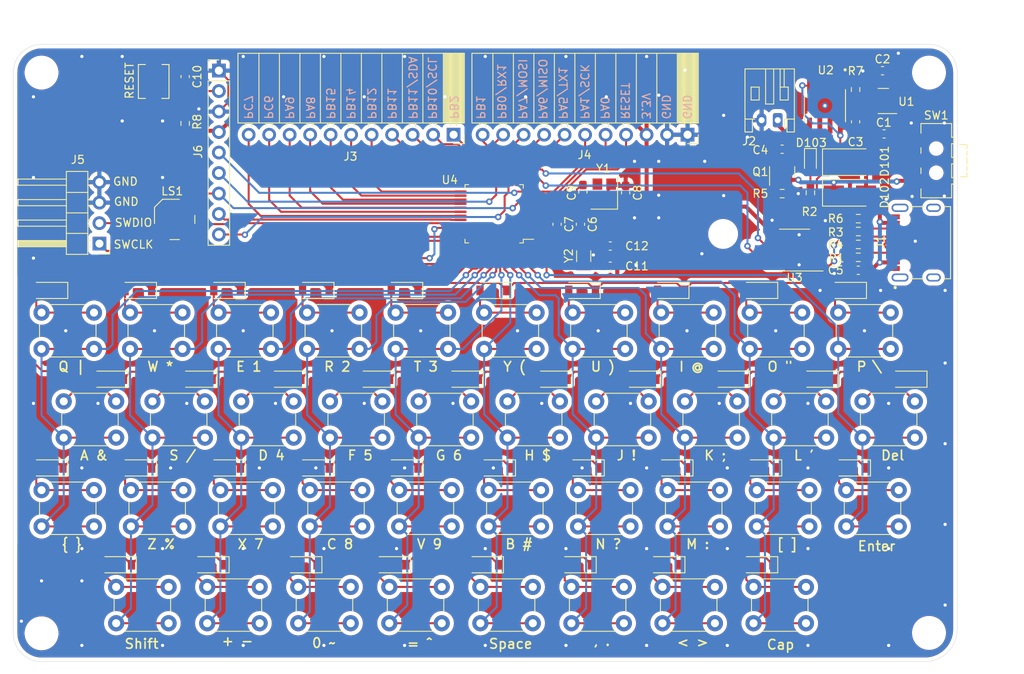
<source format=kicad_pcb>
(kicad_pcb (version 20211014) (generator pcbnew)
  (title_block (title "G70CB PalmTop") (date "2023-04-10") (rev "1.1") (company "www.e-tinkers.com") (comment 1 "Henry Cheung") (comment 2 "Copyright 2023, e-tinkers.com"))
  (layers (0 "F.Cu" signal) (31 "B.Cu" signal) (34 "B.Paste" user) (35 "F.Paste" user) (36 "B.SilkS" user "B.Silkscreen") (37 "F.SilkS" user "F.Silkscreen") (38 "B.Mask" user) (39 "F.Mask" user) (44 "Edge.Cuts" user))
  (net 0 "")
  (net 1 "OSC8OUT")
  (net 2 "OSC8IN")
  (net 3 "OSC32IN")
  (net 4 "VBUS")
  (net 5 "OSC32OUT")
  (net 6 "+3V3")
  (net 7 "NRST")
  (net 8 "PB15")
  (net 9 "Net-(D3-Pad2)")
  (net 10 "ROW0")
  (net 11 "ROW1")
  (net 12 "Net-(D4-Pad2)")
  (net 13 "Net-(D5-Pad2)")
  (net 14 "ROW2")
  (net 15 "Net-(D6-Pad2)")
  (net 16 "ROW3")
  (net 17 "Net-(D7-Pad2)")
  (net 18 "Net-(D8-Pad2)")
  (net 19 "Net-(D9-Pad2)")
  (net 20 "Net-(D10-Pad2)")
  (net 21 "Net-(D11-Pad2)")
  (net 22 "Net-(D12-Pad2)")
  (net 23 "Net-(D13-Pad2)")
  (net 24 "Net-(D14-Pad2)")
  (net 25 "Net-(D15-Pad2)")
  (net 26 "Net-(D16-Pad2)")
  (net 27 "Net-(D17-Pad2)")
  (net 28 "Net-(D18-Pad2)")
  (net 29 "Net-(D19-Pad2)")
  (net 30 "Net-(D20-Pad2)")
  (net 31 "Net-(D21-Pad2)")
  (net 32 "Net-(D22-Pad2)")
  (net 33 "Net-(D23-Pad2)")
  (net 34 "Net-(D24-Pad2)")
  (net 35 "Net-(D25-Pad2)")
  (net 36 "Net-(D26-Pad2)")
  (net 37 "Net-(D27-Pad2)")
  (net 38 "Net-(D28-Pad2)")
  (net 39 "Net-(D29-Pad2)")
  (net 40 "Net-(D30-Pad2)")
  (net 41 "Net-(D31-Pad2)")
  (net 42 "Net-(D32-Pad2)")
  (net 43 "Net-(D33-Pad2)")
  (net 44 "Net-(D34-Pad2)")
  (net 45 "Net-(D35-Pad2)")
  (net 46 "Net-(D36-Pad2)")
  (net 47 "Net-(D37-Pad2)")
  (net 48 "Net-(C1-Pad1)")
  (net 49 "Net-(D1-Pad2)")
  (net 50 "Net-(D2-Pad2)")
  (net 52 "GND")
  (net 53 "SWCLK")
  (net 54 "SWDIO")
  (net 55 "PA0")
  (net 56 "PB10{slash}SCL")
  (net 57 "VB")
  (net 58 "PA7{slash}MOSI")
  (net 59 "PA8")
  (net 60 "PA9")
  (net 61 "PB2")
  (net 62 "PB1")
  (net 63 "PB11{slash}SDA")
  (net 64 "CS")
  (net 65 "COL0")
  (net 66 "COL1")
  (net 67 "COL2")
  (net 68 "COL3")
  (net 69 "COL4")
  (net 70 "COL5")
  (net 71 "COL6")
  (net 72 "COL7")
  (net 73 "COL8")
  (net 74 "COL9")
  (net 75 "PA6{slash}MISO")
  (net 76 "PA3")
  (net 77 "PA2")
  (net 78 "Net-(J6-Pad2)")
  (net 79 "CD")
  (net 80 "PA5{slash}TX1")
  (net 81 "PB0{slash}RX1")
  (net 82 "PB12")
  (net 83 "PB13")
  (net 84 "PC6")
  (net 85 "PC7")
  (net 86 " BUZZER")
  (net 87 "PB14")
  (net 88 "Net-(D38-Pad2)")
  (net 89 "PA1{slash}SCK")
  (net 92 "Net-(C3-Pad1)")
  (net 93 "Net-(D102-Pad1)")
  (net 94 "Net-(D103-Pad1)")
  (net 95 "Net-(D103-Pad2)")
  (net 96 "Net-(J1-PadA5)")
  (net 97 "Net-(J1-PadA6)")
  (net 98 "Net-(J1-PadA7)")
  (net 100 "Net-(J1-PadB5)")
  (net 106 "Net-(R3-Pad2)")
  (net 107 "Net-(R4-Pad2)")
  (net 108 "Net-(R7-Pad1)")
  (net 110 "unconnected-(U2-Pad9)")
  (footprint "Capacitor_SMD:C_0603_1608Metric_Pad1.08x0.95mm_HandSolder" (layer "F.Cu") (at 185.9 73.1 90)
    (fp_text reference "C3")
    (fp_text value "10uF")
  )
  (footprint "Capacitor_SMD:C_0603_1608Metric_Pad1.08x0.95mm_HandSolder" (layer "F.Cu") (at 151.8 85.8 90)
    (fp_text reference "C6")
    (fp_text value "1uF")
  )
  (footprint "Capacitor_SMD:C_0603_1608Metric_Pad1.08x0.95mm_HandSolder" (layer "F.Cu") (at 148.9 85.8 90)
    (fp_text reference "C7")
    (fp_text value "0.1uF")
  )
  (footprint "Capacitor_SMD:C_0603_1608Metric_Pad1.08x0.95mm_HandSolder" (layer "F.Cu") (at 102.8 67.5 -90)
    (fp_text reference "C10")
    (fp_text value "0.1uF")
  )
  (footprint "Diode_SMD:D_SOD-123" (layer "F.Cu") (at 108 94 180)
    (fp_text reference "D3")
    (fp_text value "1N4148")
  )
  (footprint "Diode_SMD:D_SOD-123" (layer "F.Cu") (at 119 94 180)
    (fp_text reference "D4")
    (fp_text value "1N4148")
  )
  (footprint "Diode_SMD:D_SOD-123" (layer "F.Cu") (at 130 94 180)
    (fp_text reference "D5")
    (fp_text value "1N4148")
  )
  (footprint "Diode_SMD:D_SOD-123" (layer "F.Cu") (at 141 94 180)
    (fp_text reference "D6" hide)
    (fp_text value "1N4148" hide)
  )
  (footprint "Diode_SMD:D_SOD-123" (layer "F.Cu") (at 152 94 180)
    (fp_text reference "D7")
    (fp_text value "1N4148")
  )
  (footprint "Diode_SMD:D_SOD-123" (layer "F.Cu") (at 163 94 180)
    (fp_text reference "D8")
    (fp_text value "1N4148")
  )
  (footprint "Diode_SMD:D_SOD-123" (layer "F.Cu") (at 174 94 180)
    (fp_text reference "D9")
    (fp_text value "1N4148")
  )
  (footprint "Diode_SMD:D_SOD-123" (layer "F.Cu") (at 185 94 180)
    (fp_text reference "D10")
    (fp_text value "1N4148")
  )
  (footprint "Diode_SMD:D_SOD-123" (layer "F.Cu") (at 93.5 105 180)
    (fp_text reference "D11")
    (fp_text value "1N4148")
  )
  (footprint "Diode_SMD:D_SOD-123" (layer "F.Cu") (at 104.5 105 180)
    (fp_text reference "D12")
    (fp_text value "1N4148")
  )
  (footprint "Diode_SMD:D_SOD-123" (layer "F.Cu") (at 115.5 105 180)
    (fp_text reference "D13")
    (fp_text value "1N4148")
  )
  (footprint "Diode_SMD:D_SOD-123" (layer "F.Cu") (at 126.5 105 180)
    (fp_text reference "D14")
    (fp_text value "1N4148")
  )
  (footprint "Diode_SMD:D_SOD-123" (layer "F.Cu") (at 137.5 105 180)
    (fp_text reference "D15")
    (fp_text value "1N4148")
  )
  (footprint "Diode_SMD:D_SOD-123" (layer "F.Cu") (at 148.5 105 180)
    (fp_text reference "D16")
    (fp_text value "1N4148")
  )
  (footprint "Diode_SMD:D_SOD-123" (layer "F.Cu") (at 159.5 105 180)
    (fp_text reference "D17")
    (fp_text value "1N4148")
  )
  (footprint "Diode_SMD:D_SOD-123" (layer "F.Cu") (at 170.5 105 180)
    (fp_text reference "D18")
    (fp_text value "1N4148")
  )
  (footprint "Diode_SMD:D_SOD-123" (layer "F.Cu") (at 181.5 105 180)
    (fp_text reference "D19")
    (fp_text value "1N4148")
  )
  (footprint "Diode_SMD:D_SOD-123" (layer "F.Cu") (at 192.5 105 180)
    (fp_text reference "D20")
    (fp_text value "1N4148")
  )
  (footprint "Diode_SMD:D_SOD-123" (layer "F.Cu") (at 97 116 180)
    (fp_text reference "D22")
    (fp_text value "1N4148")
  )
  (footprint "Diode_SMD:D_SOD-123" (layer "F.Cu") (at 108 116 180)
    (fp_text reference "D23")
    (fp_text value "1N4148")
  )
  (footprint "Diode_SMD:D_SOD-123" (layer "F.Cu") (at 119 116 180)
    (fp_text reference "D24")
    (fp_text value "1N4148")
  )
  (footprint "Diode_SMD:D_SOD-123" (layer "F.Cu") (at 130 116 180)
    (fp_text reference "D25")
    (fp_text value "1N4148")
  )
  (footprint "Diode_SMD:D_SOD-123" (layer "F.Cu") (at 141.5 116 180)
    (fp_text reference "D26")
    (fp_text value "1N4148")
  )
  (footprint "Diode_SMD:D_SOD-123" (layer "F.Cu") (at 152.5 116 180)
    (fp_text reference "D27")
    (fp_text value "1N4148")
  )
  (footprint "Diode_SMD:D_SOD-123" (layer "F.Cu") (at 163.5 116 180)
    (fp_text reference "D28")
    (fp_text value "1N4148")
  )
  (footprint "Diode_SMD:D_SOD-123" (layer "F.Cu") (at 174.5 116 180)
    (fp_text reference "D29")
    (fp_text value "1N4148")
  )
  (footprint "Diode_SMD:D_SOD-123" (layer "F.Cu") (at 185.5 116 180)
    (fp_text reference "D30")
    (fp_text value "1N4148")
  )
  (footprint "Diode_SMD:D_SOD-123" (layer "F.Cu") (at 94.5 128 180)
    (fp_text reference "D31")
    (fp_text value "1N4148")
  )
  (footprint "Diode_SMD:D_SOD-123" (layer "F.Cu") (at 106 128 180)
    (fp_text reference "D32")
    (fp_text value "1N4148")
  )
  (footprint "Diode_SMD:D_SOD-123" (layer "F.Cu") (at 117.5 128 180)
    (fp_text reference "D33")
    (fp_text value "1N4148")
  )
  (footprint "Diode_SMD:D_SOD-123" (layer "F.Cu") (at 128.5 128 180)
    (fp_text reference "D34")
    (fp_text value "1N4148")
  )
  (footprint "Diode_SMD:D_SOD-123" (layer "F.Cu") (at 140 128 180)
    (fp_text reference "D35")
    (fp_text value "1N4148")
  )
  (footprint "Diode_SMD:D_SOD-123" (layer "F.Cu") (at 151.5 128 180)
    (fp_text reference "D36")
    (fp_text value "1N4148")
  )
  (footprint "Diode_SMD:D_SOD-123" (layer "F.Cu") (at 162.5 128 180)
    (fp_text reference "D37")
    (fp_text value "1N4148")
  )
  (footprint "MountingHole:MountingHole_3.2mm_M3" (layer "F.Cu") (at 195 67)
    (fp_text reference "H2")
    (fp_text value "MountingHole")
  )
  (footprint "MountingHole:MountingHole_2.7mm_M2.5" (layer "F.Cu") (at 169.48 87)
    (fp_text reference "H5")
    (fp_text value "MountingHole")
  )
  (footprint "XUNPU_TYPEC-304-ACP16:XUNPU_TYPEC-304-ACP16" (layer "F.Cu") (at 190.81 88.07925 90)
    (fp_text reference "J1")
    (fp_text value "TYPEC-304-ACP16")
    (fp_line (start 4.65 0.04) (end 4.65 1.14) (layer "Edge.Cuts") (width 0.01))
    (fp_line (start 4 1.14) (end 4 0.09) (layer "Edge.Cuts") (width 0.01))
    (fp_arc (start 4 0.09) (mid 4.087513 -0.151274) (end 4.32 -0.26) (layer "Edge.Cuts") (width 0.01))
    (fp_arc (start 4.32 -0.26) (mid 4.547132 -0.178345) (end 4.65 0.04) (layer "Edge.Cuts") (width 0.01))
    (fp_arc (start 4.32 1.44) (mid 4.097868 1.356274) (end 4 1.14) (layer "Edge.Cuts") (width 0.01))
    (fp_arc (start 4.65 1.14) (mid 4.547132 1.358345) (end 4.32 1.44) (layer "Edge.Cuts") (width 0.01))
  )
  (footprint "Connector_JST:JST_PH_S2B-PH-K_1x02_P2.00mm_Horizontal" (layer "F.Cu") (at 176.25 72.9 180)
    (fp_text reference "J2")
    (fp_text value "JST PH")
  )
  (footprint "Connector_PinSocket_2.54mm:PinSocket_1x11_P2.54mm_Horizontal" (layer "F.Cu") (at 136.075 74.7 -90)
    (fp_text reference "J3")
    (fp_text value "Conn_01x11_Female")
  )
  (footprint "Connector_PinHeader_2.54mm:PinHeader_1x09_P2.54mm_Vertical" (layer "F.Cu") (at 106.98 66.75)
    (fp_text reference "J6")
    (fp_text value "Conn_01x09_Male")
  )
  (footprint "e-tinkers:SW_SPDT_XKB_SK-3390A-L1" (layer "F.Cu") (at 195.9 77.914 90)
    (fp_text reference "SW1")
    (fp_text value "SW_SPDT")
  )
  (footprint "e-tinkers:SW_TS-1185-X-X" (layer "F.Cu") (at 98.9 68.1 -90)
    (fp_text reference "SW2")
    (fp_text value "NRST")
  )
  (footprint "e-tinkers:SW_PUSH_6mm_XKB_TC-1102-X-X-X" (layer "F.Cu") (at 85 96.75)
    (fp_text reference "SW3")
    (fp_text value "Q |")
  )
  (footprint "e-tinkers:SW_PUSH_6mm_XKB_TC-1102-X-X-X" (layer "F.Cu") (at 95.972222 96.75)
    (fp_text reference "SW4")
    (fp_text value "W *")
  )
  (footprint "e-tinkers:SW_PUSH_6mm_XKB_TC-1102-X-X-X" (layer "F.Cu") (at 106.944444 96.75)
    (fp_text reference "SW5")
    (fp_text value "E 1")
  )
  (footprint "e-tinkers:SW_PUSH_6mm_XKB_TC-1102-X-X-X" (layer "F.Cu") (at 128.888888 96.75)
    (fp_text reference "SW7")
    (fp_text value "T 3")
  )
  (footprint "e-tinkers:SW_PUSH_6mm_XKB_TC-1102-X-X-X" (layer "F.Cu") (at 139.86111 96.75)
    (fp_text reference "SW8")
    (fp_text value "Y (")
  )
  (footprint "e-tinkers:SW_PUSH_6mm_XKB_TC-1102-X-X-X" (layer "F.Cu") (at 150.833332 96.75)
    (fp_text reference "SW9")
    (fp_text value "U )")
  )
  (footprint "e-tinkers:SW_PUSH_6mm_XKB_TC-1102-X-X-X" (layer "F.Cu") (at 161.805554 96.75)
    (fp_text reference "SW10")
    (fp_text value "I @")
  )
  (footprint "e-tinkers:SW_PUSH_6mm_XKB_TC-1102-X-X-X" (layer "F.Cu") (at 98.75 107.75)
    (fp_text reference "SW14")
    (fp_text value "S /")
  )
  (footprint "e-tinkers:SW_PUSH_6mm_XKB_TC-1102-X-X-X" (layer "F.Cu") (at 172.777776 96.75)
    (fp_text reference "SW11")
    (fp_text value "O \"")
  )
  (footprint "e-tinkers:SW_PUSH_6mm_XKB_TC-1102-X-X-X" (layer "F.Cu") (at 183.75 96.75)
    (fp_text reference "SW12")
    (fp_text value "P \\")
  )
  (footprint "e-tinkers:SW_PUSH_6mm_XKB_TC-1102-X-X-X" (layer "F.Cu") (at 87.75 107.75)
    (fp_text reference "SW13")
    (fp_text value "A &")
  )
  (footprint "e-tinkers:SW_PUSH_6mm_XKB_TC-1102-X-X-X" (layer "F.Cu") (at 109.75 107.75)
    (fp_text reference "SW15")
    (fp_text value "D 4")
  )
  (footprint "e-tinkers:SW_PUSH_6mm_XKB_TC-1102-X-X-X" (layer "F.Cu") (at 120.75 107.75)
    (fp_text reference "SW16")
    (fp_text value "F 5")
  )
  (footprint "e-tinkers:SW_PUSH_6mm_XKB_TC-1102-X-X-X" (layer "F.Cu") (at 131.75 107.75)
    (fp_text reference "SW17")
    (fp_text value "G 6")
  )
  (footprint "e-tinkers:SW_PUSH_6mm_XKB_TC-1102-X-X-X" (layer "F.Cu") (at 142.75 107.75)
    (fp_text reference "SW18")
    (fp_text value "H $")
  )
  (footprint "e-tinkers:SW_PUSH_6mm_XKB_TC-1102-X-X-X" (layer "F.Cu") (at 153.75 107.75)
    (fp_text reference "SW19")
    (fp_text value "J !")
  )
  (footprint "e-tinkers:SW_PUSH_6mm_XKB_TC-1102-X-X-X" (layer "F.Cu") (at 164.75 107.75)
    (fp_text reference "SW20")
    (fp_text value "K ;")
  )
  (footprint "e-tinkers:SW_PUSH_6mm_XKB_TC-1102-X-X-X" (layer "F.Cu") (at 175.75 107.75)
    (fp_text reference "SW21")
    (fp_text value "L '")
  )
  (footprint "e-tinkers:SW_PUSH_6mm_XKB_TC-1102-X-X-X" (layer "F.Cu") (at 186.75 107.75)
    (fp_text reference "SW22")
    (fp_text value "Del")
  )
  (footprint "e-tinkers:SW_PUSH_6mm_XKB_TC-1102-X-X-X" (layer "F.Cu") (at 85 118.75)
    (fp_text reference "SW23")
    (fp_text value "{ }")
  )
  (footprint "e-tinkers:SW_PUSH_6mm_XKB_TC-1102-X-X-X" (layer "F.Cu") (at 96.083333 118.75)
    (fp_text reference "SW24")
    (fp_text value "Z %")
  )
  (footprint "e-tinkers:SW_PUSH_6mm_XKB_TC-1102-X-X-X" (layer "F.Cu") (at 107.166666 118.75)
    (fp_text reference "SW25")
    (fp_text value "X 7")
  )
  (footprint "e-tinkers:SW_PUSH_6mm_XKB_TC-1102-X-X-X" (layer "F.Cu") (at 118.249999 118.75)
    (fp_text reference "SW26")
    (fp_text value "C 8")
  )
  (footprint "e-tinkers:SW_PUSH_6mm_XKB_TC-1102-X-X-X" (layer "F.Cu") (at 129.333332 118.75)
    (fp_text reference "SW27")
    (fp_text value "V 9")
  )
  (footprint "e-tinkers:SW_PUSH_6mm_XKB_TC-1102-X-X-X" (layer "F.Cu") (at 140.416665 118.75)
    (fp_text reference "SW28")
    (fp_text value "B #")
  )
  (footprint "e-tinkers:SW_PUSH_6mm_XKB_TC-1102-X-X-X" (layer "F.Cu") (at 162.583331 118.75)
    (fp_text reference "SW30")
    (fp_text value "M :")
  )
  (footprint "e-tinkers:SW_PUSH_6mm_XKB_TC-1102-X-X-X" (layer "F.Cu") (at 173.666664 118.75)
    (fp_text reference "SW31")
    (fp_text value "[ ]")
  )
  (footprint "e-tinkers:SW_PUSH_6mm_XKB_TC-1102-X-X-X" (layer "F.Cu") (at 184.75 118.75)
    (fp_text reference "SW32")
    (fp_text value "Enter")
  )
  (footprint "e-tinkers:SW_PUSH_6mm_XKB_TC-1102-X-X-X" (layer "F.Cu") (at 94.25 130.75)
    (fp_text reference "SW33")
    (fp_text value "Shift")
  )
  (footprint "e-tinkers:SW_PUSH_6mm_XKB_TC-1102-X-X-X" (layer "F.Cu") (at 105.535714 130.75)
    (fp_text reference "SW34")
    (fp_text value "+ -")
  )
  (footprint "e-tinkers:SW_PUSH_6mm_XKB_TC-1102-X-X-X" (layer "F.Cu") (at 116.821428 130.75)
    (fp_text reference "SW35")
    (fp_text value "0 ~")
  )
  (footprint "e-tinkers:SW_PUSH_6mm_XKB_TC-1102-X-X-X" (layer "F.Cu") (at 128.107142 130.75)
    (fp_text reference "SW36")
    (fp_text value "= ^")
  )
  (footprint "e-tinkers:SW_PUSH_6mm_XKB_TC-1102-X-X-X" (layer "F.Cu") (at 139.392856 130.75)
    (fp_text reference "SW37")
    (fp_text value "Space")
  )
  (footprint "e-tinkers:SW_PUSH_6mm_XKB_TC-1102-X-X-X" (layer "F.Cu") (at 173.25 130.75)
    (fp_text reference "SW40")
    (fp_text value "Cap")
  )
  (footprint "Package_TO_SOT_SMD:SOT-23" (layer "F.Cu") (at 189.3375 70.52175 180)
    (fp_text reference "U1")
    (fp_text value "ME6211A33M3G-N")
  )
  (footprint "e-tinkers:SOP127P600X175-9N" (layer "F.Cu") (at 182.1 71.1 -90)
    (fp_text reference "U2")
    (fp_text value "TP4056")
  )
  (footprint "Package_QFP:LQFP-48_7x7mm_P0.5mm" (layer "F.Cu") (at 141.1 84.5 180)
    (fp_text reference "U4")
    (fp_text value "STM32G070CBT6")
  )
  (footprint "e-tinkers:SW_PUSH_6mm_XKB_TC-1102-X-X-X" (layer "F.Cu") (at 151.499998 118.75)
    (fp_text reference "SW29")
    (fp_text value "N ?")
  )
  (footprint "MountingHole:MountingHole_3.2mm_M3" (layer "F.Cu") (at 85 67)
    (fp_text reference "H1")
    (fp_text value "MountingHole")
  )
  (footprint "MountingHole:MountingHole_3.2mm_M3" (layer "F.Cu") (at 85 136.5)
    (fp_text reference "H3")
    (fp_text value "MountingHole")
  )
  (footprint "e-tinkers:SW_PUSH_6mm_XKB_TC-1102-X-X-X" (layer "F.Cu") (at 117.916666 96.75)
    (fp_text reference "SW6")
    (fp_text value "R 2")
  )
  (footprint "Crystal:Crystal_SMD_3215-2Pin_3.2x1.5mm" (layer "F.Cu") (at 152.2 89.75 -90)
    (fp_text reference "Y2")
    (fp_text value "32.768kHz 12.5pF")
  )
  (footprint "Crystal:Crystal_SMD_3225-4Pin_3.2x2.5mm" (layer "F.Cu") (at 154.75 81.925 90)
    (fp_text reference "Y1")
    (fp_text value "8MHz/12pF")
  )
  (footprint "Package_SO:SOP-8_3.76x4.96mm_P1.27mm" (layer "F.Cu") (at 178.3375 89 180)
    (fp_text reference "U3")
    (fp_text value "CH340N")
  )
  (footprint "Connector_PinHeader_2.54mm:PinHeader_1x04_P2.54mm_Horizontal" (layer "F.Cu") (at 92.175 88.2 180)
    (fp_text reference "J5")
    (fp_text value "Conn_01x04_Male")
  )
  (footprint "e-tinkers:SW_PUSH_6mm_XKB_TC-1102-X-X-X" (layer "F.Cu") (at 161.964284 130.75)
    (fp_text reference "SW39")
    (fp_text value "< >")
  )
  (footprint "Connector_PinSocket_2.54mm:PinSocket_1x11_P2.54mm_Horizontal" (layer "F.Cu") (at 165.075 74.7 -90)
    (fp_text reference "J4")
    (fp_text value "Conn_01x11_Female")
  )
  (footprint "Capacitor_SMD:C_0603_1608Metric_Pad1.08x0.95mm_HandSolder" (layer "F.Cu") (at 152.1 81.8 -90)
    (fp_text reference "C9")
    (fp_text value "18pF")
  )
  (footprint "Capacitor_SMD:C_0603_1608Metric_Pad1.08x0.95mm_HandSolder" (layer "F.Cu") (at 157.4 81.9 90)
    (fp_text reference "C8")
    (fp_text value "18pF")
  )
  (footprint "Capacitor_SMD:C_0603_1608Metric_Pad1.08x0.95mm_HandSolder" (layer "F.Cu") (at 186.2375 91.5 180)
    (fp_text reference "C5")
    (fp_text value "0.1uF")
  )
  (footprint "Capacitor_SMD:C_0603_1608Metric_Pad1.08x0.95mm_HandSolder" (layer "F.Cu") (at 176.8 76.5 180)
    (fp_text reference "C4")
    (fp_text value "10uF")
  )
  (footprint "Capacitor_SMD:C_0603_1608Metric_Pad1.08x0.95mm_HandSolder" (layer "F.Cu") (at 189.2375 66.76575)
    (fp_text reference "C2")
    (fp_text value "10uF")
  )
  (footprint "Capacitor_SMD:C_0603_1608Metric_Pad1.08x0.95mm_HandSolder" (layer "F.Cu") (at 189.4375 74.6 180)
    (fp_text reference "C1")
    (fp_text value "10uF")
  )
  (footprint "MountingHole:MountingHole_3.2mm_M3" (layer "F.Cu") (at 195 136.45)
    (fp_text reference "H4")
    (fp_text value "MountingHole")
  )
  (footprint "Diode_SMD:D_SOD-123" (layer "F.Cu") (at 86 116 180)
    (fp_text reference "D21")
    (fp_text value "1N4148")
  )
  (footprint "Resistor_SMD:R_0603_1608Metric_Pad0.98x0.95mm_HandSolder" (layer "F.Cu") (at 185.9 69.1 -90)
    (fp_text reference "R7")
    (fp_text value "2.4k")
  )
  (footprint "LED_SMD:LED_0603_1608Metric_Pad1.05x0.95mm_HandSolder" (layer "F.Cu") (at 180.3 78.075 -90)
    (fp_text reference "D103")
    (fp_text value "LED")
  )
  (footprint "Capacitor_SMD:C_0603_1608Metric_Pad1.08x0.95mm_HandSolder" (layer "F.Cu") (at 155.5 91)
    (fp_text reference "C11")
    (fp_text value "18pF")
  )
  (footprint "Resistor_SMD:R_0603_1608Metric_Pad0.98x0.95mm_HandSolder" (layer "F.Cu") (at 186.2375 86.7 180)
    (fp_text reference "R3")
    (fp_text value "22")
  )
  (footprint "Resistor_SMD:R_0603_1608Metric_Pad0.98x0.95mm_HandSolder" (layer "F.Cu") (at 102.8 73.3 90)
    (fp_text reference "R8")
    (fp_text value "1k")
  )
  (footprint "Diode_SMD:D_SOD-123" (layer "F.Cu") (at 97 94 180)
    (fp_text reference "D2")
    (fp_text value "1N4148")
  )
  (footprint "Capacitor_SMD:C_0603_1608Metric_Pad1.08x0.95mm_HandSolder" (layer "F.Cu") (at 155.5 88.5)
    (fp_text reference "C12")
    (fp_text value "18pF")
  )
  (footprint "e-tinkers:FUET-5030-BUZZER" (layer "F.Cu") (at 101.5 85.2 180)
    (fp_text reference "LS1")
    (fp_text value "FUET-5030 Buzzer")
  )
  (footprint "Diode_SMD:D_SMA" (layer "F.Cu") (at 185.2 81.9)
    (fp_text reference "D102")
    (fp_text value "SS12")
  )
  (footprint "Resistor_SMD:R_0603_1608Metric_Pad0.98x0.95mm_HandSolder" (layer "F.Cu") (at 186.2375 89.9 180)
    (fp_text reference "R1")
    (fp_text value "5.1k")
  )
  (footprint "Resistor_SMD:R_0603_1608Metric_Pad0.98x0.95mm_HandSolder" (layer "F.Cu") (at 176.8 82)
    (fp_text reference "R5")
    (fp_text value "100k")
  )
  (footprint "Diode_SMD:D_SMA" (layer "F.Cu") (at 185.2 78.1)
    (fp_text reference "D101")
    (fp_text value "SS12")
  )
  (footprint "e-tinkers:SW_PUSH_6mm_XKB_TC-1102-X-X-X" (layer "F.Cu") (at 150.67857 130.75)
    (fp_text reference "SW38")
    (fp_text value ", .")
  )
  (footprint "Diode_SMD:D_SOD-123" (layer "F.Cu") (at 174 128 180)
    (fp_text reference "D38")
    (fp_text value "1N4148")
  )
  (footprint "Resistor_SMD:R_0603_1608Metric_Pad0.98x0.95mm_HandSolder" (layer "F.Cu") (at 186.2375 88.3 180)
    (fp_text reference "R4")
    (fp_text value "22")
  )
  (footprint "Diode_SMD:D_SOD-123" (layer "F.Cu") (at 86 94 180)
    (fp_text reference "D1")
    (fp_text value "1N4148")
  )
  (footprint "Package_TO_SOT_SMD:SOT-23" (layer "F.Cu") (at 176.8 79.3 90)
    (fp_text reference "Q1")
    (fp_text value "FDN340P")
  )
  (footprint "Resistor_SMD:R_0603_1608Metric_Pad0.98x0.95mm_HandSolder" (layer "F.Cu") (at 186.2375 85.1 180)
    (fp_text reference "R6")
    (fp_text value "5.1k")
  )
  (footprint "Resistor_SMD:R_0603_1608Metric_Pad0.98x0.95mm_HandSolder" (layer "F.Cu") (at 180.3 81.9 90)
    (fp_text reference "R2")
    (fp_text value "2.4k")
  )
  (gr_line (start 81.5 136.5) (end 81.5 67) (layer "Edge.Cuts") (width 0.05))
  (gr_arc (start 85 140) (mid 82.525126 138.974874) (end 81.5 136.5) (layer "Edge.Cuts") (width 0.05))
  (gr_line (start 198.5 67) (end 198.5 136) (layer "Edge.Cuts") (width 0.05))
  (gr_arc (start 198.5 136) (mid 197.328427 138.828427) (end 194.5 140) (layer "Edge.Cuts") (width 0.05))
  (gr_arc (start 195 63.5) (mid 197.474874 64.525126) (end 198.5 67) (layer "Edge.Cuts") (width 0.05))
  (gr_line (start 85 63.5) (end 195 63.5) (layer "Edge.Cuts") (width 0.05))
  (gr_line (start 194.5 140) (end 85 140) (layer "Edge.Cuts") (width 0.05))
  (gr_arc (start 81.5 67) (mid 82.525126 64.525126) (end 85 63.5) (layer "Edge.Cuts") (width 0.05))
  (gr_text "PA1/SCK" (at 152.3 69.371429 270) (layer "B.SilkS") (effects (font (size 1 1)) (justify mirror)))
  (gr_text "PC7" (at 110.6 71.3 270) (layer "B.SilkS") (effects (font (size 1 1)) (justify mirror)))
  (gr_text "PB1" (at 139.4 71.3 270) (layer "B.SilkS") (effects (font (size 1 1)) (justify mirror)))
  (gr_text "PB15" (at 120.8 70.82381 270) (layer "B.SilkS") (effects (font (size 1 1)) (justify mirror)))
  (gr_text "PA9" (at 115.7 71.371429 270) (layer "B.SilkS") (effects (font (size 1 1)) (justify mirror)))
  (gr_text "PA7/MOSI" (at 144.6 69.038096 270) (layer "B.SilkS") (effects (font (size 1 1)) (justify mirror)))
  (gr_text "PB14" (at 123.3 70.82381 270) (layer "B.SilkS") (effects (font (size 1 1)) (justify mirror)))
  (gr_text "GND" (at 162.4 71.252381 270) (layer "B.SilkS") (effects (font (size 1 1)) (justify mirror)))
  (gr_text "PB2" (at 136.1 71.3 270) (layer "B.SilkS") (effects (font (size 1 1)) (justify mirror)))
  (gr_text "PB11/SDA" (at 131 68.895238 270) (layer "B.SilkS") (effects (font (size 1 1)) (justify mirror)))
  (gr_text "PB11" (at 128.4 70.82381 270) (layer "B.SilkS") (effects (font (size 1 1)) (justify mirror)))
  (gr_text "PB0/RX1" (at 142 69.32381 270) (layer "B.SilkS") (effects (font (size 1 1)) (justify mirror)))
  (gr_text "PC6" (at 113.1 71.3 270) (layer "B.SilkS") (effects (font (size 1 1)) (justify mirror)))
  (gr_text "PA5/TX1" (at 149.6 69.514286 270) (layer "B.SilkS") (effects (font (size 1 1)) (justify mirror)))
  (gr_text "PA6/MISO" (at 147.1 69.038096 270) (layer "B.SilkS") (effects (font (size 1 1)) (justify mirror)))
  (gr_text "3.3V" (at 159.9 71.157143 270) (layer "B.SilkS") (effects (font (size 1 1)) (justify mirror)))
  (gr_text "GND" (at 165 71.252381 270) (layer "B.SilkS") (effects (font (size 1 1)) (justify mirror)))
  (gr_text "RESET" (at 157.3 70.514286 270) (layer "B.SilkS") (effects (font (size 1 1)) (justify mirror)))
  (gr_text "PB12" (at 125.9 70.82381 270) (layer "B.SilkS") (effects (font (size 1 1)) (justify mirror)))
  (gr_text "PA8" (at 118.3 71.371429 270) (layer "B.SilkS") (effects (font (size 1 1)) (justify mirror)))
  (gr_text "PA0" (at 154.8 71.371429 270) (layer "B.SilkS") (effects (font (size 1 1)) (justify mirror)))
  (gr_text "PB10/SCL" (at 133.4 68.919048 270) (layer "B.SilkS") (effects (font (size 1 1)) (justify mirror)))
  (gr_text "RESET" (at 95.9 68 90) (layer "F.SilkS") (effects (font (size 1 1))))
  (gr_text "SWDIO" (at 96.4 85.6) (layer "F.SilkS") (effects (font (size 1 1))))
  (gr_text "SWCLK" (at 96.4 88.3) (layer "F.SilkS") (effects (font (size 1 1))))
  (gr_text "GND" (at 95.4 80.5) (layer "F.SilkS") (effects (font (size 1 1))))
  (gr_text "GND" (at 95.5 83) (layer "F.SilkS") (effects (font (size 1 1))))
  (segment (start 149.5875 83.25) (end 151.8 81.0375) (width 0.25) (layer "F.Cu") (net 1))
  (segment (start 153.6875 81.0375) (end 153.9 80.825) (width 0.25) (layer "F.Cu") (net 1))
  (segment (start 151.8 81.0375) (end 153.6875 81.0375) (width 0.25) (layer "F.Cu") (net 1))
  (segment (start 145.2625 83.25) (end 149.5875 83.25) (width 0.25) (layer "F.Cu") (net 1))
  (segment (start 152.675 83.75) (end 152.975 84.05) (width 0.25) (layer "F.Cu") (net 2))
  (segment (start 157.4375 83.025) (end 157.7 82.7625) (width 0.25) (layer "F.Cu") (net 2))
  (segment (start 155.6 83.025) (end 157.4375 83.025) (width 0.25) (layer "F.Cu") (net 2))
  (segment (start 152.975 84.05) (end 156.4125 84.05) (width 0.25) (layer "F.Cu") (net 2))
  (segment (start 145.2625 83.75) (end 152.675 83.75) (width 0.25) (layer "F.Cu") (net 2))
  (segment (start 156.4125 84.05) (end 157.7 82.7625) (width 0.25) (layer "F.Cu") (net 2))
  (segment (start 152.2 91) (end 154.4375 91) (width 0.25) (layer "F.Cu") (net 3))
  (segment (start 150.2 91) (end 152.2 91) (width 0.25) (layer "F.Cu") (net 3))
  (segment (start 149.5 90.5) (end 150.1 91.1) (width 0.25) (layer "F.Cu") (net 3))
  (segment (start 150.1 91.1) (end 150.2 91) (width 0.25) (layer "F.Cu") (net 3))
  (segment (start 145.2625 86.75) (end 147.018109 86.75) (width 0.25) (layer "F.Cu") (net 3))
  (segment (start 147.018109 86.75) (end 149.5 89.231891) (width 0.25) (layer "F.Cu") (net 3))
  (segment (start 149.5 89.231891) (end 149.5 90.5) (width 0.25) (layer "F.Cu") (net 3))
  (segment (start 177.6375 83.75) (end 185.35 83.75) (width 0.5) (layer "F.Cu") (net 4))
  (segment (start 185.35 83.75) (end 187.2 81.9) (width 0.5) (layer "F.Cu") (net 4))
  (segment (start 187.82925 91.5) (end 188.8 90.52925) (width 0.5) (layer "F.Cu") (net 4))
  (segment (start 189.038875 85.62925) (end 190.91 85.62925) (width 0.5) (layer "F.Cu") (net 4))
  (segment (start 188.909625 85.5) (end 189.038875 85.62925) (width 0.5) (layer "F.Cu") (net 4))
  (segment (start 187.2 78.1) (end 187.2 81.9) (width 0.5) (layer "F.Cu") (net 4))
  (segment (start 188.8 90.52925) (end 190.91 90.52925) (width 0.5) (layer "F.Cu") (net 4))
  (segment (start 188.909625 83.609625) (end 187.2 81.9) (width 0.5) (layer "F.Cu") (net 4))
  (segment (start 175.8875 82) (end 177.6375 83.75) (width 0.5) (layer "F.Cu") (net 4))
  (segment (start 188.909625 85.5) (end 188.909625 83.609625) (width 0.5) (layer "F.Cu") (net 4))
  (segment (start 175.85 80.2375) (end 175.85 81.9625) (width 0.5) (layer "F.Cu") (net 4))
  (segment (start 175.85 81.9625) (end 175.8875 82) (width 0.5) (layer "F.Cu") (net 4))
  (segment (start 187.1 91.5) (end 187.82925 91.5) (width 0.5) (layer "F.Cu") (net 4))
  (via (at 188.9 90.52925) (size 0.8) (drill 0.4) (layers "F.Cu" "B.Cu") (net 4))
  (via (at 188.909625 85.5) (size 0.8) (drill 0.4) (layers "F.Cu" "B.Cu") (net 4))
  (segment (start 188.909625 85.5) (end 188.909625 90.519625) (width 0.5) (layer "B.Cu") (net 4))
  (segment (start 188.909625 90.519625) (end 188.9 90.52925) (width 0.5) (layer "B.Cu") (net 4))
  (segment (start 149.404505 88.5) (end 152.2 88.5) (width 0.25) (layer "F.Cu") (net 5))
  (segment (start 147.154505 86.25) (end 149.404505 88.5) (width 0.25) (layer "F.Cu") (net 5))
  (segment (start 145.2625 86.25) (end 147.154505 86.25) (width 0.25) (layer "F.Cu") (net 5))
  (segment (start 152.2 88.5) (end 154.4375 88.5) (width 0.25) (layer "F.Cu") (net 5))
  (segment (start 145.2625 85.25) (end 143.85 85.25) (width 0.25) (layer "F.Cu") (net 6))
  (segment (start 158.130003 72.835003) (end 159.995 74.7) (width 0.5) (layer "F.Cu") (net 6))
  (segment (start 158.4375 86.5625) (end 151.8 86.5625) (width 0.5) (layer "F.Cu") (net 6))
  (segment (start 145.2625 85.75) (end 147.9875 85.75) (width 0.25) (layer "F.Cu") (net 6))
  (segment (start 143.8 84.9) (end 143.8 85.3) (width 0.25) (layer "F.Cu") (net 6))
  (segment (start 159.995 76.33) (end 160 76.335) (width 0.5) (layer "F.Cu") (net 6))
  (segment (start 175.8 87.095) (end 172.322409 83.617409) (width 0.5) (layer "F.Cu") (net 6))
  (segment (start 189.77175 69.57175) (end 188.375 68.175) (width 0.5) (layer "F.Cu") (net 6))
  (segment (start 102.8 74.2125) (end 106.8225 74.2125) (width 0.5) (layer "F.Cu") (net 6))
  (segment (start 186.70925 65.1) (end 188.375 66.76575) (width 0.5) (layer "F.Cu") (net 6))
  (segment (start 106.8225 74.2125) (end 106.98 74.37) (width 0.5) (layer "F.Cu") (net 6))
  (segment (start 147.9875 85.75) (end 148.8 86.5625) (width 0.25) (layer "F.Cu") (net 6))
  (segment (start 148.8 86.5625) (end 151.8 86.5625) (width 0.25) (layer "F.Cu") (net 6))
  (segment (start 160 85) (end 158.4375 86.5625) (width 0.5) (layer "F.Cu") (net 6))
  (segment (start 164.1 65.1) (end 186.70925 65.1) (width 0.5) (layer "F.Cu") (net 6))
  (segment (start 172.322409 83.617409) (end 161.217409 83.617409) (width 0.5) (layer "F.Cu") (net 6))
  (segment (start 160 82.4) (end 160 85) (width 0.5) (layer "F.Cu") (net 6))
  (segment (start 143.95 84.75) (end 143.8 84.9) (width 0.25) (layer "F.Cu") (net 6))
  (segment (start 159.995 74.7) (end 159.995 76.33) (width 0.5) (layer "F.Cu") (net 6))
  (segment (start 188.375 68.175) (end 188.375 66.76575) (width 0.5) (layer "F.Cu") (net 6))
  (segment (start 145.2625 84.75) (end 143.95 84.75) (width 0.25) (layer "F.Cu") (net 6))
  (segment (start 143.8 85.3) (end 143.8 85.6) (width 0.25) (layer "F.Cu") (net 6))
  (segment (start 108.514997 72.835003) (end 158.130003 72.835003) (width 0.5) (layer "F.Cu") (net 6))
  (segment (start 158.4375 86.5625) (end 158.564582 86.5625) (width 0.5) (layer "F.Cu") (net 6))
  (segment (start 190.275 69.57175) (end 189.77175 69.57175) (width 0.5) (layer "F.Cu") (net 6))
  (segment (start 159.995 74.7) (end 159.995 69.205) (width 0.5) (layer "F.Cu") (net 6))
  (segment (start 161.217409 83.617409) (end 160 82.4) (width 0.5) (layer "F.Cu") (net 6))
  (segment (start 160 76.335) (end 160 82.4) (width 0.5) (layer "F.Cu") (net 6))
  (segment (start 143.95 85.75) (end 145.2625 85.75) (width 0.25) (layer "F.Cu") (net 6))
  (segment (start 106.98 74.37) (end 108.514997 72.835003) (width 0.5) (layer "F.Cu") (net 6))
  (segment (start 143.8 85.6) (end 143.95 85.75) (width 0.25) (layer "F.Cu") (net 6))
  (segment (start 143.85 85.25) (end 143.8 85.3) (width 0.25) (layer "F.Cu") (net 6))
  (segment (start 159.995 69.205) (end 164.1 65.1) (width 0.5) (layer "F.Cu") (net 6))
  (segment (start 102 72) (end 102 80.5) (width 0.25) (layer "F.Cu") (net 7))
  (segment (start 148.754505 82.75) (end 152.504505 79) (width 0.25) (layer "F.Cu") (net 7))
  (segment (start 98.9 70.8) (end 100.8 70.8) (width 0.25) (layer "F.Cu") (net 7))
  (segment (start 100.8 70.8) (end 102 72) (width 0.25) (layer "F.Cu") (net 7))
  (segment (start 103.51 81.99) (end 106.98 81.99) (width 0.25) (layer "F.Cu") (net 7))
  (segment (start 103.5 82) (end 103.51 81.99) (width 0.25) (layer "F.Cu") (net 7))
  (segment (start 102.9 68.6625) (end 100.7625 70.8) (width 0.25) (layer "F.Cu") (net 7))
  (segment (start 157.455 77.945) (end 157.455 74.7) (width 0.25) (layer "F.Cu") (net 7))
  (segment (start 144.45 82.75) (end 143.4 83.8) (width 0.25) (layer "F.Cu") (net 7))
  (segment (start 102 80.5) (end 103.5 82) (width 0.25) (layer "F.Cu") (net 7))
  (segment (start 152.504505 79) (end 156.4 79) (width 0.25) (layer "F.Cu") (net 7))
  (segment (start 145.2625 82.75) (end 148.754505 82.75) (width 0.25) (layer "F.Cu") (net 7))
  (segment (start 145.2625 82.75) (end 144.45 82.75) (width 0.25) (layer "F.Cu") (net 7))
  (segment (start 100.7625 70.8) (end 98.9 70.8) (width 0.25) (layer "F.Cu") (net 7))
  (segment (start 156.4 79) (end 157.455 77.945) (width 0.25) (layer "F.Cu") (net 7))
  (via (at 143.4 83.8) (size 0.8) (drill 0.4) (layers "F.Cu" "B.Cu") (net 7))
  (segment (start 108.79 83.8) (end 106.98 81.99) (width 0.25) (layer "B.Cu") (net 7))
  (segment (start 143.4 83.8) (end 108.79 83.8) (width 0.25) (layer "B.Cu") (net 7))
  (segment (start 122.35 82.75) (end 120.835 81.235) (width 0.25) (layer "F.Cu") (net 8))
  (segment (start 120.835 81.235) (end 120.835 74.7) (width 0.25) (layer "F.Cu") (net 8))
  (segment (start 136.9375 82.75) (end 122.35 82.75) (width 0.25) (layer "F.Cu") (net 8))
  (segment (start 106.35 94) (end 106.35 96.155556) (width 0.25) (layer "F.Cu") (net 9))
  (segment (start 106.35 96.155556) (end 106.944444 96.75) (width 0.25) (layer "F.Cu") (net 9))
  (segment (start 106.944444 96.75) (end 113.444444 96.75) (width 0.25) (layer "F.Cu") (net 9))
  (segment (start 141.725 93.075) (end 134.725 93.075) (width 0.25) (layer "F.Cu") (net 10))
  (segment (start 138.9 90.7) (end 139.35 90.25) (width 0.25) (layer "F.Cu") (net 10))
  (segment (start 135.450305 93.075) (end 134.725 93.075) (width 0.25) (layer "F.Cu") (net 10))
  (segment (start 137.8 90.7) (end 138.9 90.7) (width 0.25) (layer "F.Cu") (net 10))
  (segment (start 99.575 93.075) (end 98.65 94) (width 0.25) (layer "F.Cu") (net 10))
  (segment (start 137.8 90.7) (end 137.8 90.725305) (width 0.25) (layer "F.Cu") (net 10))
  (segment (start 109.65 94) (end 108.725 93.075) (width 0.25) (layer "F.Cu") (net 10))
  (segment (start 165.575 93.075) (end 164.65 94) (width 0.25) (layer "F.Cu") (net 10))
  (segment (start 153.65 94) (end 152.725 93.075) (width 0.25) (layer "F.Cu") (net 10))
  (segment (start 120.65 94) (end 119.725 93.075) (width 0.25) (layer "F.Cu") (net 10))
  (segment (start 110.575 93.075) (end 109.65 94) (width 0.25) (layer "F.Cu") (net 10))
  (segment (start 97.725 93.075) (end 88.575 93.075) (width 0.25) (layer "F.Cu") (net 10))
  (segment (start 142.65 94) (end 141.725 93.075) (width 0.25) (layer "F.Cu") (net 10))
  (segment (start 143.575 93.075) (end 142.65 94) (width 0.25) (layer "F.Cu") (net 10))
  (segment (start 164.65 94) (end 163.725 93.075) (width 0.25) (layer "F.Cu") (net 10))
  (segment (start 175.65 94) (end 174.725 93.075) (width 0.25) (layer "F.Cu") (net 10))
  (segment (start 130.725 93.075) (end 121.575 93.075) (width 0.25) (layer "F.Cu") (net 10))
  (segment (start 98.65 94) (end 97.725 93.075) (width 0.25) (layer "F.Cu") (net 10))
  (segment (start 131.65 94) (end 130.725 93.075) (width 0.25) (layer "F.Cu") (net 10))
  (segment (start 186.65 94) (end 185.725 93.075) (width 0.25) (layer "F.Cu") (net 10))
  (segment (start 108.725 93.075) (end 99.575 93.075) (width 0.25) (layer "F.Cu") (net 10))
  (segment (start 119.725 93.075) (end 110.575 93.075) (width 0.25) (layer "F.Cu") (net 10))
  (segment (start 139.35 90.25) (end 139.35 88.6625) (width 0.25) (layer "F.Cu") (net 10))
  (segment (start 185.725 93.075) (end 176.575 93.075) (width 0.25) (layer "F.Cu") (net 10))
  (segment (start 154.575 93.075) (end 153.65 94) (width 0.25) (layer "F.Cu") (net 10))
  (segment (start 137.8 90.725305) (end 135.450305 93.075) (width 0.25) (layer "F.Cu") (net 10))
  (segment (start 176.575 93.075) (end 175.65 94) (width 0.25) (layer "F.Cu") (net 10))
  (segment (start 121.575 93.075) (end 120.65 94) (width 0.25) (layer "F.Cu") (net 10))
  (segment (start 163.725 93.075) (end 154.575 93.075) (width 0.25) (layer "F.Cu") (net 10))
  (segment (start 88.575 93.075) (end 87.65 94) (width 0.25) (layer "F.Cu") (net 10))
  (segment (start 174.725 93.075) (end 165.575 93.075) (width 0.25) (layer "F.Cu") (net 10))
  (segment (start 132.575 93.075) (end 131.65 94) (width 0.25) (layer "F.Cu") (net 10))
  (segment (start 134.725 93.075) (end 132.575 93.075) (width 0.25) (layer "F.Cu") (net 10))
  (segment (start 152.725 93.075) (end 143.575 93.075) (width 0.25) (layer "F.Cu") (net 10))
  (segment (start 118.075 104.075) (end 117.15 105) (width 0.25) (layer "F.Cu") (net 11))
  (segment (start 137.825 104.075) (end 129.075 104.075) (width 0.25) (layer "F.Cu") (net 11))
  (segment (start 116.225 104.075) (end 107.075 104.075) (width 0.25) (layer "F.Cu") (net 11))
  (segment (start 173.075 104.075) (end 172.15 105) (width 0.25) (layer "F.Cu") (net 11))
  (segment (start 136 91.5) (end 85.15 91.5) (width 0.25) (layer "F.Cu") (net 11))
  (segment (start 183.15 105) (end 182.225 104.075) (width 0.25) (layer "F.Cu") (net 11))
  (segment (start 137.386396 90.113604) (end 138.85 90.113604) (width 0.25) (layer "F.Cu") (net 11))
  (segment (start 151.075 104.075) (end 150.15 105) (width 0.25) (layer "F.Cu") (net 11))
  (segment (start 161.15 105) (end 160.225 104.075) (width 0.25) (layer "F.Cu") (net 11))
  (segment (start 83.4 102.3) (end 85.1 104) (width 0.25) (layer "F.Cu") (net 11))
  (segment (start 127.225 104.075) (end 118.075 104.075) (width 0.25) (layer "F.Cu") (net 11))
  (segment (start 184.075 104.075) (end 183.15 105) (width 0.25) (layer "F.Cu") (net 11))
  (segment (start 105.225 104.075) (end 96.075 104.075) (width 0.25) (layer "F.Cu") (net 11))
  (segment (start 83.4 93.25) (end 83.4 102.3) (width 0.25) (layer "F.Cu") (net 11))
  (segment (start 172.15 105) (end 171.225 104.075) (width 0.25) (layer "F.Cu") (net 11))
  (segment (start 85.15 91.5) (end 83.4 93.25) (width 0.25) (layer "F.Cu") (net 11))
  (segment (start 117.15 105) (end 116.225 104.075) (width 0.25) (layer "F.Cu") (net 11))
  (segment (start 171.225 104.075) (end 162.075 104.075) (width 0.25) (layer "F.Cu") (net 11))
  (segment (start 95.15 104.75) (end 95.15 105) (width 0.25) (layer "F.Cu") (net 11))
  (segment (start 150.15 105) (end 149.225 104.075) (width 0.25) (layer "F.Cu") (net 11))
  (segment (start 140.075 104.075) (end 139.15 105) (width 0.25) (layer "F.Cu") (net 11))
  (segment (start 106.15 105) (end 105.225 104.075) (width 0.25) (layer "F.Cu") (net 11))
  (segment (start 182.225 104.075) (end 173.075 104.075) (width 0.25) (layer "F.Cu") (net 11))
  (segment (start 193.225 104.075) (end 184.075 104.075) (width 0.25) (layer "F.Cu") (net 11))
  (segment (start 85.1 104) (end 94.4 104) (width 0.25) (layer "F.Cu") (net 11))
  (segment (start 96.075 104.075) (end 95.15 105) (width 0.25) (layer "F.Cu") (net 11))
  (segment (start 160.225 104.075) (end 151.075 104.075) (width 0.25) (layer "F.Cu") (net 11))
  (segment (start 194.15 105) (end 193.225 104.075) (width 0.25) (layer "F.Cu") (net 11))
  (segment (start 107.075 104.075) (end 106.15 105) (width 0.25) (layer "F.Cu") (net 11))
  (segment (start 162.075 104.075) (end 161.15 105) (width 0.25) (layer "F.Cu") (net 11))
  (segment (start 94.4 104) (end 95.15 104.75) (width 0.25) (layer "F.Cu") (net 11))
  (segment (start 138.85 90.113604) (end 138.85 88.6625) (width 0.25) (layer "F.Cu") (net 11))
  (segment (start 129.075 104.075) (end 128.15 105) (width 0.25) (layer "F.Cu") (net 11))
  (segment (start 137.825 104.075) (end 138.75 105) (width 0.25) (layer "F.Cu") (net 11))
  (segment (start 136 91.5) (end 137.386396 90.113604) (width 0.25) (layer "F.Cu") (net 11))
  (segment (start 128.15 105) (end 127.225 104.075) (width 0.25) (layer "F.Cu") (net 11))
  (segment (start 138.75 105) (end 139.15 105) (width 0.25) (layer "F.Cu") (net 11))
  (segment (start 149.225 104.075) (end 140.075 104.075) (width 0.25) (layer "F.Cu") (net 11))
  (segment (start 117.35 96.183334) (end 117.916666 96.75) (width 0.25) (layer "F.Cu") (net 12))
  (segment (start 117.35 94) (end 117.35 96.183334) (width 0.25) (layer "F.Cu") (net 12))
  (segment (start 117.916666 96.75) (end 124.416666 96.75) (width 0.25) (layer "F.Cu") (net 12))
  (segment (start 128.888888 96.75) (end 135.388888 96.75) (width 0.25) (layer "F.Cu") (net 13))
  (segment (start 128.35 94) (end 128.35 96.211112) (width 0.25) (layer "F.Cu") (net 13))
  (segment (start 128.35 96.211112) (end 128.888888 96.75) (width 0.25) (layer "F.Cu") (net 13))
  (segment (start 138.35 88.6625) (end 137.3375 88.6625) (width 0.25) (layer "F.Cu") (net 14))
  (segment (start 175.225 115.075) (end 166.075 115.075) (width 0.25) (layer "F.Cu") (net 14))
  (segment (start 135.275 90.725) (end 85.275 90.725) (width 0.25) (layer "F.Cu") (net 14))
  (segment (start 98.65 116) (end 100.05 114.6) (width 0.25) (layer "F.Cu") (net 14))
  (segment (start 144.075 115.075) (end 143.15 116) (width 0.25) (layer "F.Cu") (net 14))
  (segment (start 100.05 114.6) (end 108.25 114.6) (width 0.25) (layer "F.Cu") (net 14))
  (segment (start 85.275 90.725) (end 82.9 93.1) (width 0.25) (layer "F.Cu") (net 14))
  (segment (start 120.65 116) (end 121.75 114.9) (width 0.25) (layer "F.Cu") (net 14))
  (segment (start 154.15 116) (end 153.225 115.075) (width 0.25) (layer "F.Cu") (net 14))
  (segment (start 82.9 111.25) (end 87.65 116) (width 0.25) (layer "F.Cu") (net 14))
  (segment (start 97.725 115.075) (end 98.65 116) (width 0.25) (layer "F.Cu") (net 14))
  (segment (start 121.75 114.9) (end 130.55 114.9) (width 0.25) (layer "F.Cu") (net 14))
  (segment (start 155.075 115.075) (end 154.15 116) (width 0.25) (layer "F.Cu") (net 14))
  (segment (start 177.075 115.075) (end 176.15 116) (width 0.25) (layer "F.Cu") (net 14))
  (segment (start 187.15 116) (end 186.225 115.075) (width 0.25) (layer "F.Cu") (net 14))
  (segment (start 132.575 115.075) (end 131.65 116) (width 0.25) (layer "F.Cu") (net 14))
  (segment (start 87.65 116) (end 88.575 115.075) (width 0.25) (layer "F.Cu") (net 14))
  (segment (start 142.225 115.075) (end 132.575 115.075) (width 0.25) (layer "F.Cu") (net 14))
  (segment (start 164.225 115.075) (end 155.075 115.075) (width 0.25) (layer "F.Cu") (net 14))
  (segment (start 88.575 115.075) (end 97.725 115.075) (width 0.25) (layer "F.Cu") (net 14))
  (segment (start 165.15 116) (end 164.225 115.075) (width 0.25) (layer "F.Cu") (net 14))
  (segment (start 109.65 116) (end 110.75 114.9) (width 0.25) (layer "F.Cu") (net 14))
  (segment (start 119.55 114.9) (end 120.65 116) (width 0.25) (layer "F.Cu") (net 14))
  (segment (start 130.55 114.9) (end 131.65 116) (width 0.25) (layer "F.Cu") (net 14))
  (segment (start 137.3375 88.6625) (end 135.3 90.7) (width 0.25) (layer "F.Cu") (net 14))
  (segment (start 108.25 114.6) (end 109.65 116) (width 0.25) (layer "F.Cu") (net 14))
  (segment (start 110.75 114.9) (end 119.55 114.9) (width 0.25) (layer "F.Cu") (net 14))
  (segment (start 153.225 115.075) (end 144.075 115.075) (width 0.25) (layer "F.Cu") (net 14))
  (segment (start 186.225 115.075) (end 177.075 115.075) (width 0.25) (layer "F.Cu") (net 14))
  (segment (start 143.15 116) (end 142.225 115.075) (width 0.25) (layer "F.Cu") (net 14))
  (segment (start 176.15 116) (end 175.225 115.075) (width 0.25) (layer "F.Cu") (net 14))
  (segment (start 82.9 93.1) (end 82.9 111.25) (width 0.25) (layer "F.Cu") (net 14))
  (segment (start 166.075 115.075) (end 165.15 116) (width 0.25) (layer "F.Cu") (net 14))
  (segment (start 139.35 96.23889) (end 139.86111 96.75) (width 0.25) (layer "F.Cu") (net 15))
  (segment (start 139.86111 96.75) (end 146.36111 96.75) (width 0.25) (layer "F.Cu") (net 15))
  (segment (start 139.35 94) (end 139.35 96.23889) (width 0.25) (layer "F.Cu") (net 15))
  (segment (start 119.15 128) (end 118.225 127.075) (width 0.25) (layer "F.Cu") (net 16))
  (segment (start 133.1 90) (end 85.363604 90) (width 0.25) (layer "F.Cu") (net 16))
  (segment (start 129.225 127.075) (end 120.075 127.075) (width 0.25) (layer "F.Cu") (net 16))
  (segment (start 107.65 128) (end 106.725 127.075) (width 0.25) (layer "F.Cu") (net 16))
  (segment (start 118.225 127.075) (end 108.575 127.075) (width 0.25) (layer "F.Cu") (net 16))
  (segment (start 152.225 127.075) (end 142.575 127.075) (width 0.25) (layer "F.Cu") (net 16))
  (segment (start 130.15 128) (end 129.225 127.075) (width 0.25) (layer "F.Cu") (net 16))
  (segment (start 95.15 127) (end 96.15 128) (width 0.25) (layer "F.Cu") (net 16))
  (segment (start 174.725 127.075) (end 165.075 127.075) (width 0.25) (layer "F.Cu") (net 16))
  (segment (start 175.65 128) (end 174.725 127.075) (width 0.25) (layer "F.Cu") (net 16))
  (segment (start 120.075 127.075) (end 119.15 128) (width 0.25) (layer "F.Cu") (net 16))
  (segment (start 141.65 128) (end 140.725 127.075) (width 0.25) (layer "F.Cu") (net 16))
  (segment (start 153.15 128) (end 152.225 127.075) (width 0.25) (layer "F.Cu") (net 16))
  (segment (start 85.363604 90) (end 82.4 92.963604) (width 0.25) (layer "F.Cu") (net 16))
  (segment (start 163.225 127.075) (end 154.075 127.075) (width 0.25) (layer "F.Cu") (net 16))
  (segment (start 131.075 127.075) (end 130.15 128) (width 0.25) (layer "F.Cu") (net 16))
  (segment (start 165.075 127.075) (end 164.15 128) (width 0.25) (layer "F.Cu") (net 16))
  (segment (start 84.8 127) (end 95.15 127) (width 0.25) (layer "F.Cu") (net 16))
  (segment (start 133.85 86.25) (end 133.7 86.4) (width 0.25) (layer "F.Cu") (net 16))
  (segment (start 97.075 127.075) (end 96.15 128) (width 0.25) (layer "F.Cu") (net 16))
  (segment (start 140.725 127.075) (end 131.075 127.075) (width 0.25) (layer "F.Cu") (net 16))
  (segment (start 136.9375 86.25) (end 133.85 86.25) (width 0.25) (layer "F.Cu") (net 16))
  (segment (start 106.725 127.075) (end 97.075 127.075) (width 0.25) (layer "F.Cu") (net 16))
  (segment (start 108.575 127.075) (end 107.65 128) (width 0.25) (layer "F.Cu") (net 16))
  (segment (start 82.4 124.6) (end 84.8 127) (width 0.25) (layer "F.Cu") (net 16))
  (segment (start 142.575 127.075) (end 141.65 128) (width 0.25) (layer "F.Cu") (net 16))
  (segment (start 154.075 127.075) (end 153.15 128) (width 0.25) (layer "F.Cu") (net 16))
  (segment (start 82.4 92.963604) (end 82.4 124.6) (width 0.25) (layer "F.Cu") (net 16))
  (segment (start 164.15 128) (end 163.225 127.075) (width 0.25) (layer "F.Cu") (net 16))
  (via (at 133.7 86.4) (size 0.8) (drill 0.4) (layers "F.Cu" "B.Cu") (net 16))
  (via (at 133.1 90) (size 0.8) (drill 0.4) (layers "F.Cu" "B.Cu") (net 16))
  (segment (start 133.7 89.5) (end 133.2 90) (width 0.25) (layer "B.Cu") (net 16))
  (segment (start 133.7 86.4) (end 133.7 89.5) (width 0.25) (layer "B.Cu") (net 16))
  (segment (start 133.2 90) (end 133.1 90) (width 0.25) (layer "B.Cu") (net 16))
  (segment (start 150.833332 96.75) (end 157.333332 96.75) (width 0.25) (layer "F.Cu") (net 17))
  (segment (start 150.35 94) (end 150.35 96.266668) (width 0.25) (layer "F.Cu") (net 17))
  (segment (start 150.35 96.266668) (end 150.833332 96.75) (width 0.25) (layer "F.Cu") (net 17))
  (segment (start 161.35 96.294446) (end 161.805554 96.75) (width 0.25) (layer "F.Cu") (net 18))
  (segment (start 161.805554 96.75) (end 168.305554 96.75) (width 0.25) (layer "F.Cu") (net 18))
  (segment (start 161.35 94) (end 161.35 96.294446) (width 0.25) (layer "F.Cu") (net 18))
  (segment (start 172.35 96.322224) (end 172.777776 96.75) (width 0.25) (layer "F.Cu") (net 19))
  (segment (start 172.35 94) (end 172.35 96.322224) (width 0.25) (layer "F.Cu") (net 19))
  (segment (start 172.777776 96.75) (end 179.277776 96.75) (width 0.25) (layer "F.Cu") (net 19))
  (segment (start 190.25 96.75) (end 183.75 96.75) (width 0.25) (layer "F.Cu") (net 20))
  (segment (start 183.35 96.35) (end 183.75 96.75) (width 0.25) (layer "F.Cu") (net 20))
  (segment (start 183.35 94) (end 183.35 96.35) (width 0.25) (layer "F.Cu") (net 20))
  (segment (start 87.75 107.75) (end 90.5 105) (width 0.25) (layer "F.Cu") (net 21))
  (segment (start 91.85 105) (end 91.85 105.35) (width 0.25) (layer "F.Cu") (net 21))
  (segment (start 91.85 105.35) (end 94.25 107.75) (width 0.25) (layer "F.Cu") (net 21))
  (segment (start 90.5 105) (end 91.85 105) (width 0.25) (layer "F.Cu") (net 21))
  (segment (start 102.85 105) (end 102.85 105.35) (width 0.25) (layer "F.Cu") (net 22))
  (segment (start 102.85 105.35) (end 105.25 107.75) (width 0.25) (layer "F.Cu") (net 22))
  (segment (start 98.75 107.75) (end 101.5 105) (width 0.25) (layer "F.Cu") (net 22))
  (segment (start 101.5 105) (end 102.85 105) (width 0.25) (layer "F.Cu") (net 22))
  (segment (start 113.85 105) (end 113.85 105.35) (width 0.25) (layer "F.Cu") (net 23))
  (segment (start 109.75 107.75) (end 112.5 105) (width 0.25) (layer "F.Cu") (net 23))
  (segment (start 113.85 105.35) (end 116.25 107.75) (width 0.25) (layer "F.Cu") (net 23))
  (segment (start 112.5 105) (end 113.85 105) (width 0.25) (layer "F.Cu") (net 23))
  (segment (start 124.85 105.35) (end 127.25 107.75) (width 0.25) (layer "F.Cu") (net 24))
  (segment (start 120.75 107.75) (end 123.5 105) (width 0.25) (layer "F.Cu") (net 24))
  (segment (start 123.5 105) (end 124.85 105) (width 0.25) (layer "F.Cu") (net 24))
  (segment (start 124.85 105) (end 124.85 105.35) (width 0.25) (layer "F.Cu") (net 24))
  (segment (start 135.85 105) (end 135.85 105.35) (width 0.25) (layer "F.Cu") (net 25))
  (segment (start 134.5 105) (end 135.85 105) (width 0.25) (layer "F.Cu") (net 25))
  (segment (start 135.85 105.35) (end 138.25 107.75) (width 0.25) (layer "F.Cu") (net 25))
  (segment (start 131.75 107.75) (end 134.5 105) (width 0.25) (layer "F.Cu") (net 25))
  (segment (start 146.85 105) (end 145.5 105) (width 0.25) (layer "F.Cu") (net 26))
  (segment (start 146.85 105) (end 146.85 105.35) (width 0.25) (layer "F.Cu") (net 26))
  (segment (start 146.85 105.35) (end 149.25 107.75) (width 0.25) (layer "F.Cu") (net 26))
  (segment (start 145.5 105) (end 142.75 107.75) (width 0.25) (layer "F.Cu") (net 26))
  (segment (start 156.5 105) (end 153.75 107.75) (width 0.25) (layer "F.Cu") (net 27))
  (segment (start 157.85 105) (end 156.5 105) (width 0.25) (layer "F.Cu") (net 27))
  (segment (start 157.85 105) (end 157.85 105.35) (width 0.25) (layer "F.Cu") (net 27))
  (segment (start 157.85 105.35) (end 160.25 107.75) (width 0.25) (layer "F.Cu") (net 27))
  (segment (start 168.85 105) (end 168.85 105.35) (width 0.25) (layer "F.Cu") (net 28))
  (segment (start 168.85 105.35) (end 171.25 107.75) (width 0.25) (layer "F.Cu") (net 28))
  (segment (start 168.85 105) (end 167.5 105) (width 0.25) (layer "F.Cu") (net 28))
  (segment (start 167.5 105) (end 164.75 107.75) (width 0.25) (layer "F.Cu") (net 28))
  (segment (start 179.85 105) (end 179.85 105.35) (width 0.25) (layer "F.Cu") (net 29))
  (segment (start 179.85 105.35) (end 182.25 107.75) (width 0.25) (layer "F.Cu") (net 29))
  (segment (start 178.5 105) (end 179.85 105) (width 0.25) (layer "F.Cu") (net 29))
  (segment (start 175.75 107.75) (end 178.5 105) (width 0.25) (layer "F.Cu") (net 29))
  (segment (start 190.85 105) (end 190.85 105.35) (width 0.25) (layer "F.Cu") (net 30))
  (segment (start 190.85 105.35) (end 193.25 107.75) (width 0.25) (layer "F.Cu") (net 30))
  (segment (start 189.5 105) (end 190.85 105) (width 0.25) (layer "F.Cu") (net 30))
  (segment (start 186.75 107.75) (end 189.5 105) (width 0.25) (layer "F.Cu") (net 30))
  (segment (start 84.35 118.1) (end 85 118.75) (width 0.25) (layer "F.Cu") (net 31))
  (segment (start 84.35 116) (end 84.35 118.1) (width 0.25) (layer "F.Cu") (net 31))
  (segment (start 85 118.75) (end 91.5 118.75) (width 0.25) (layer "F.Cu") (net 31))
  (segment (start 95.35 118.016667) (end 96.083333 118.75) (width 0.25) (layer "F.Cu") (net 32))
  (segment (start 96.083333 118.75) (end 102.583333 118.75) (width 0.25) (layer "F.Cu") (net 32))
  (segment (start 95.35 116) (end 95.35 118.016667) (width 0.25) (layer "F.Cu") (net 32))
  (segment (start 107.166666 118.75) (end 113.666666 118.75) (width 0.25) (layer "F.Cu") (net 33))
  (segment (start 106.35 117.933334) (end 107.166666 118.75) (width 0.25) (layer "F.Cu") (net 33))
  (segment (start 106.35 116) (end 106.35 117.933334) (width 0.25) (layer "F.Cu") (net 33))
  (segment (start 117.35 116) (end 117.35 117.850001) (width 0.25) (layer "F.Cu") (net 34))
  (segment (start 117.35 117.850001) (end 118.249999 118.75) (width 0.25) (layer "F.Cu") (net 34))
  (segment (start 118.249999 118.75) (end 124.749999 118.75) (width 0.25) (layer "F.Cu") (net 34))
  (segment (start 128.35 117.766668) (end 129.333332 118.75) (width 0.25) (layer "F.Cu") (net 35))
  (segment (start 129.333332 118.75) (end 135.833332 118.75) (width 0.25) (layer "F.Cu") (net 35))
  (segment (start 128.35 116) (end 128.35 117.766668) (width 0.25) (layer "F.Cu") (net 35))
  (segment (start 140.416665 118.75) (end 146.916665 118.75) (width 0.25) (layer "F.Cu") (net 36))
  (segment (start 139.85 116) (end 139.85 118.183335) (width 0.25) (layer "F.Cu") (net 36))
  (segment (start 139.85 118.183335) (end 140.416665 118.75) (width 0.25) (layer "F.Cu") (net 36))
  (segment (start 150.85 118.100002) (end 151.499998 118.75) (width 0.25) (layer "F.Cu") (net 37))
  (segment (start 151.499998 118.75) (end 157.999998 118.75) (width 0.25) (layer "F.Cu") (net 37))
  (segment (start 150.85 116) (end 150.85 118.100002) (width 0.25) (layer "F.Cu") (net 37))
  (segment (start 161.85 118.016669) (end 162.583331 118.75) (width 0.25) (layer "F.Cu") (net 38))
  (segment (start 161.85 116) (end 161.85 118.016669) (width 0.25) (layer "F.Cu") (net 38))
  (segment (start 162.583331 118.75) (end 169.083331 118.75) (width 0.25) (layer "F.Cu") (net 38))
  (segment (start 173.666664 118.75) (end 180.166664 118.75) (width 0.25) (layer "F.Cu") (net 39))
  (segment (start 172.85 116) (end 172.85 117.933336) (width 0.25) (layer "F.Cu") (net 39))
  (segment (start 172.85 117.933336) (end 173.666664 118.75) (width 0.25) (layer "F.Cu") (net 39))
  (segment (start 183.85 116) (end 183.85 117.85) (width 0.25) (layer "F.Cu") (net 40))
  (segment (start 184.75 118.75) (end 191.25 118.75) (width 0.25) (layer "F.Cu") (net 40))
  (segment (start 183.85 117.85) (end 184.75 118.75) (width 0.25) (layer "F.Cu") (net 40))
  (segment (start 92.85 128) (end 92.85 129.35) (width 0.25) (layer "F.Cu") (net 41))
  (segment (start 94.25 130.75) (end 100.75 130.75) (width 0.25) (layer "F.Cu") (net 41))
  (segment (start 92.85 129.35) (end 94.25 130.75) (width 0.25) (layer "F.Cu") (net 41))
  (segment (start 105.535714 130.75) (end 112.035714 130.75) (width 0.25) (layer "F.Cu") (net 42))
  (segment (start 104.35 128) (end 104.35 129.564286) (width 0.25) (layer "F.Cu") (net 42))
  (segment (start 104.35 129.564286) (end 105.535714 130.75) (width 0.25) (layer "F.Cu") (net 42))
  (segment (start 115.85 129.778572) (end 116.821428 130.75) (width 0.25) (layer "F.Cu") (net 43))
  (segment (start 116.821428 130.75) (end 123.321428 130.75) (width 0.25) (layer "F.Cu") (net 43))
  (segment (start 115.85 128) (end 115.85 129.778572) (width 0.25) (layer "F.Cu") (net 43))
  (segment (start 126.85 129.492858) (end 128.107142 130.75) (width 0.25) (layer "F.Cu") (net 44))
  (segment (start 128.107142 130.75) (end 134.607142 130.75) (width 0.25) (layer "F.Cu") (net 44))
  (segment (start 126.85 128) (end 126.85 129.492858) (width 0.25) (layer "F.Cu") (net 44))
  (segment (start 138.35 129.707144) (end 139.392856 130.75) (width 0.25) (layer "F.Cu") (net 45))
  (segment (start 139.392856 130.75) (end 145.892856 130.75) (width 0.25) (layer "F.Cu") (net 45))
  (segment (start 138.35 128) (end 138.35 129.707144) (width 0.25) (layer "F.Cu") (net 45))
  (segment (start 149.85 128) (end 149.85 129.92143) (width 0.25) (layer "F.Cu") (net 46))
  (segment (start 150.67857 130.75) (end 157.17857 130.75) (width 0.25) (layer "F.Cu") (net 46))
  (segment (start 149.85 129.92143) (end 150.67857 130.75) (width 0.25) (layer "F.Cu") (net 46))
  (segment (start 161.964284 130.75) (end 168.464284 130.75) (width 0.25) (layer "F.Cu") (net 47))
  (segment (start 160.85 129.635716) (end 161.964284 130.75) (width 0.25) (layer "F.Cu") (net 47))
  (segment (start 160.85 128) (end 160.85 129.635716) (width 0.25) (layer "F.Cu") (net 47))
  (segment (start 190.3 74.6) (end 190.3 75.064) (width 0.5) (layer "F.Cu") (net 48))
  (segment (start 190.3 75.064) (end 193.15 77.914) (width 0.5) (layer "F.Cu") (net 48))
  (segment (start 188.4 70.52175) (end 188.4 71.6) (width 0.5) (layer "F.Cu") (net 48))
  (segment (start 188.4 71.6) (end 190.3 73.5) (width 0.5) (layer "F.Cu") (net 48))
  (segment (start 190.3 73.5) (end 190.3 74.6) (width 0.5) (layer "F.Cu") (net 48))
  (segment (start 84.35 96.1) (end 85 96.75) (width 0.25) (layer "F.Cu") (net 49))
  (segment (start 84.35 94) (end 84.35 96.1) (width 0.25) (layer "F.Cu") (net 49))
  (segment (start 85 96.75) (end 91.5 96.75) (width 0.25) (layer "F.Cu") (net 49))
  (segment (start 95.972222 96.75) (end 102.472222 96.75) (width 0.25) (layer "F.Cu") (net 50))
  (segment (start 95.35 94) (end 95.35 96.127778) (width 0.25) (layer "F.Cu") (net 50))
  (segment (start 95.35 96.127778) (end 95.972222 96.75) (width 0.25) (layer "F.Cu") (net 50))
  (segment (start 148.2375 84.275) (end 148.8 84.8375) (width 0.25) (layer "F.Cu") (net 52))
  (segment (start 108.155 70.655) (end 106.98 71.83) (width 0.25) (layer "F.Cu") (net 52))
  (segment (start 148.8 84.8375) (end 151.8 84.8375) (width 0.25) (layer "F.Cu") (net 52))
  (segment (start 106.98 66.75) (end 108.155 67.925) (width 0.25) (layer "F.Cu") (net 52))
  (segment (start 190.81 85.02925) (end 190.27925 85.02925) (width 0.25) (layer "F.Cu") (net 52))
  (segment (start 184.005 68.625) (end 184.5125 68.625) (width 0.25) (layer "F.Cu") (net 52))
  (segment (start 153.9 83.025) (end 153.9 82.925) (width 0.25) (layer "F.Cu") (net 52))
  (segment (start 184.5125 68.625) (end 185.9 70.0125) (width 0.25) (layer "F.Cu") (net 52))
  (segment (start 108.155 67.925) (end 108.155 70.655) (width 0.25) (layer "F.Cu") (net 52))
  (segment (start 157.2 81.05) (end 155.525 81.05) (width 0.25) (layer "F.Cu") (net 52))
  (segment (start 145.2875 84.275) (end 148.2375 84.275) (width 0.25) (layer "F.Cu") (net 52))
  (segment (start 189.7 82.7) (end 189.7 84.45) (width 0.5) (layer "F.Cu") (net 52))
  (segment (start 145.2625 84.25) (end 145.2875 84.275) (width 0.25) (layer "F.Cu") (net 52))
  (segment (start 155.6 81.225) (end 155.6 80.825) (width 0.25) (layer "F.Cu") (net 52))
  (segment (start 153.9 82.925) (end 155.6 81.225) (width 0.25) (layer "F.Cu") (net 52))
  (segment (start 190.27925 85.02925) (end 189.7 84.45) (width 0.25) (layer "F.Cu") (net 52))
  (segment (start 151.8 82.7625) (end 153.6375 82.7625) (width 0.25) (layer "F.Cu") (net 52))
  (segment (start 153.6375 82.7625) (end 153.9 83.025) (width 0.25) (layer "F.Cu") (net 52))
  (segment (start 155.525 81.05) (end 155.3 80.825) (width 0.25) (layer "F.Cu") (net 52))
  (via (at 92 108) (size 0.8) (drill 0.4) (layers "F.Cu" "B.Cu") (net 52))
  (via (at 158 108) (size 0.8) (drill 0.4) (layers "F.Cu" "B.Cu") (net 52))
  (via (at 84 80) (size 0.8) (drill 0.4) (layers "F.Cu" "B.Cu") (net 52))
  (via (at 190 116) (size 0.8) (drill 0.4) (layers "F.Cu" "B.Cu") (net 52))
  (via (at 125 70) (size 0.8) (drill 0.4) (layers "F.Cu" "B.Cu") (net 52))
  (via (at 120 138) (size 0.8) (drill 0.4) (layers "F.Cu" "B.Cu") (net 52))
  (via (at 82.5 135) (size 0.8) (drill 0.4) (layers "F.Cu" "B.Cu") (net 52))
  (via (at 104.5 71.5) (size 0.8) (drill 0.4) (layers "F.Cu" "B.Cu") (net 52))
  (via (at 193.3 87.9) (size 0.8) (drill 0.4) (layers "F.Cu" "B.Cu") (net 52))
  (via (at 161.5 69.8) (size 0.8) (drill 0.4) (layers "F.Cu" "B.Cu") (net 52))
  (via (at 150 126) (size 0.8) (drill 0.4) (layers "F.Cu" "B.Cu") (net 52))
  (via (at 144 99) (size 0.8) (drill 0.4) (layers "F.Cu" "B.Cu") (net 52))
  (via (at 130 116) (size 0.8) (drill 0.4) (layers "F.Cu" "B.Cu") (net 52))
  (via (at 99 99) (size 0.8) (drill 0.4) (layers "F.Cu" "B.Cu") (net 52))
  (via (at 170 138) (size 0.8) (drill 0.4) (layers "F.Cu" "B.Cu") (net 52))
  (via (at 145 70) (size 0.8) (drill 0.4) (layers "F.Cu" "B.Cu") (net 52))
  (via (at 90 65) (size 0.8) (drill 0.4) (layers "F.Cu" "B.Cu") (net 52))
  (via (at 90 138) (size 0.8) (drill 0.4) (layers "F.Cu" "B.Cu") (net 52))
  (via (at 160 138) (size 0.8) (drill 0.4) (layers "F.Cu" "B.Cu") (net 52))
  (via (at 100 138) (size 0.8) (drill 0.4) (layers "F.Cu" "B.Cu") (net 52))
  (via (at 85 130) (size 0.8) (drill 0.4) (layers "F.Cu" "B.Cu") (net 52))
  (via (at 190 108) (size 0.8) (drill 0.4) (layers "F.Cu" "B.Cu") (net 52))
  (via (at 176 99) (size 0.8) (drill 0.4) (layers "F.Cu" "B.Cu") (net 52))
  (via (at 158.5 85) (size 0.8) (drill 0.4) (layers "F.Cu" "B.Cu") (net 52))
  (via (at 141 116) (size 0.8) (drill 0.4) (layers "F.Cu" "B.Cu") (net 52))
  (via (at 181.5 94) (size 0.8) (drill 0.4) (layers "F.Cu" "B.Cu") (net 52))
  (via (at 161.5 85) (size 0.8) (drill 0.4) (layers "F.Cu" "B.Cu") (net 52))
  (via (at 160 65) (size 0.8) (drill 0.4) (layers "F.Cu" "B.Cu") (net 52))
  (via (at 160 126) (size 0.8) (drill 0.4) (layers "F.Cu" "B.Cu") (net 52))
  (via (at 90 130) (size 0.8) (drill 0.4) (layers "F.Cu" "B.Cu") (net 52))
  (via (at 110 65) (size 0.8) (drill 0.4) (layers "F.Cu" "B.Cu") (net 52))
  (via (at 110 138) (size 0.8) (drill 0.4) (layers "F.Cu" "B.Cu") (net 52))
  (via (at 197 123) (size 0.8) (drill 0.4) (layers "F.Cu" "B.Cu") (net 52))
  (via (at 95 65) (size 0.8) (drill 0.4) (layers "F.Cu" "B.Cu") (net 52))
  (via (at 197 94) (size 0.8) (drill 0.4) (layers "F.Cu" "B.Cu") (net 52))
  (via (at 197 113) (size 0.8) (drill 0.4) (layers "F.Cu" "B.Cu") (net 52))
  (via (at 110 126) (size 0.8) (drill 0.4) (layers "F.Cu" "B.Cu") (net 52))
  (via (at 180 116) (size 0.8) (drill 0.4) (layers "F.Cu" "B.Cu") (net 52))
  (via (at 153.4 89.6) (size 0.8) (drill 0.4) (layers "F.Cu" "B.Cu") (net 52))
  (via (at 125 108) (size 0.8) (drill 0.4) (layers "F.Cu" "B.Cu") (net 52))
  (via (at 115 70) (size 0.8) (drill 0.4) (layers "F.Cu" "B.Cu") (net 52))
  (via (at 178.9 90.825) (size 0.8) (drill 0.4) (layers "F.Cu" "B.Cu") (net 52))
  (via (at 186.8 66.8) (size 0.8) (drill 0.4) (layers "F.Cu" "B.Cu") (net 52))
  (via (at 140 65) (size 0.8) (drill 0.4) (layers "F.Cu" "B.Cu") (net 52))
  (via (at 147 108) (size 0.8) (drill 0.4) (layers "F.Cu" "B.Cu") (net 52))
  (via (at 158.7 90.9) (size 0.8) (drill 0.4) (layers "F.Cu" "B.Cu") (net 52))
  (via (at 172.5 75) (size 0.8) (drill 0.4) (layers "F.Cu" "B.Cu") (net 52))
  (via (at 112 116) (size 0.8) (drill 0.4) (layers "F.Cu" "B.Cu") (net 52))
  (via (at 120 65) (size 0.8) (drill 0.4) (layers "F.Cu" "B.Cu") (net 52))
  (via (at 120 126) (size 0.8) (drill 0.4) (layers "F.Cu" "B.Cu") (net 52))
  (via (at 192.9 82.35) (size 0.8) (drill 0.4) (layers "F.Cu" "B.Cu") (net 52))
  (via (at 130 65) (size 0.8) (drill 0.4) (layers "F.Cu" "B.Cu") (net 52))
  (via (at 169.55 82.25) (size 0.8) (drill 0.4) (layers "F.Cu" "B.Cu") (net 52))
  (via (at 164.75 66.7) (size 0.8) (drill 0.4) (layers "F.Cu" "B.Cu") (net 52))
  (via (at 169.55 72.3) (size 0.8) (drill 0.4) (layers "F.Cu" "B.Cu") (net 52))
  (via (at 187 99) (size 0.8) (drill 0.4) (layers "F.Cu" "B.Cu") (net 52))
  (via (at 132 99) (size 0.8) (drill 0.4) (layers "F.Cu" "B.Cu") (net 52))
  (via (at 180 126) (size 0.8) (drill 0.4) (layers "F.Cu" "B.Cu") (net 52))
  (via (at 84 90) (size 0.8) (drill 0.4) (layers "F.Cu" "B.Cu") (net 52))
  (via (at 121 99) (size 0.8) (drill 0.4) (layers "F.Cu" "B.Cu") (net 52))
  (via (at 100 126) (size 0.8) (drill 0.4) (layers "F.Cu" "B.Cu") (net 52))
  (via (at 119 116) (size 0.8) (drill 0.4) (layers "F.Cu" "B.Cu") (net 52))
  (via (at 167.2 78) (size 0.8) (drill 0.4) (layers "F.Cu" "B.Cu") (net 52))
  (via (at 180 138) (size 0.8) (drill 0.4) (layers "F.Cu" "B.Cu") (net 52))
  (via (at 183.25 91.9) (size 0.8) (drill 0.4) (layers "F.Cu" "B.Cu") (net 52))
  (via (at 170 126) (size 0.8) (drill 0.4) (layers "F.Cu" "B.Cu") (net 52))
  (via (at 160 116) (size 0.8) (drill 0.4) (layers "F.Cu" "B.Cu") (net 52))
  (via (at 196.9 82.3) (size 0.8) (drill 0.4) (layers "F.Cu" "B.Cu") (net 52))
  (via (at 140 126) (size 0.8) (drill 0.4) (layers "F.Cu" "B.Cu") (net 52))
  (via (at 110 99) (size 0.8) (drill 0.4) (layers "F.Cu" "B.Cu") (net 52))
  (via (at 150 138) (size 0.8) (drill 0.4) (layers "F.Cu" "B.Cu") (net 52))
  (via (at 189.7 82.7) (size 0.8) (drill 0.4) (layers "F.Cu" "B.Cu") (net 52))
  (via (at 175.55 85.3) (size 0.8) (drill 0.4) (layers "F.Cu" "B.Cu") (net 52))
  (via (at 150 65) (size 0.8) (drill 0.4) (layers "F.Cu" "B.Cu") (net 52))
  (via (at 197 133) (size 0.8) (drill 0.4) (layers "F.Cu" "B.Cu") (net 52))
  (via (at 180 108) (size 0.8) (drill 0.4) (layers "F.Cu" "B.Cu") (net 52))
  (via (at 90 126) (size 0.8) (drill 0.4) (layers "F.Cu" "B.Cu") (net 52))
  (via (at 178.9 87.1) (size 0.8) (drill 0.4) (layers "F.Cu" "B.Cu") (net 52))
  (via (at 90 116) (size 0.8) (drill 0.4) (layers "F.Cu" "B.Cu") (net 52))
  (via (at 95 73) (size 0.8) (drill 0.4) (layers "F.Cu" "B.Cu") (net 52))
  (via (at 152 116) (size 0.8) (drill 0.4) (layers "F.Cu" "B.Cu") (net 52))
  (via (at 140 138) (size 0.8) (drill 0.4) (layers "F.Cu" "B.Cu") (net 52))
  (via (at 129 126) (size 0.8) (drill 0.4) (layers "F.Cu" "B.Cu") (net 52))
  (via (at 197 103) (size 0.8) (drill 0.4) (layers "F.Cu" "B.Cu") (net 52))
  (via (at 192.8 73.25) (size 0.8) (drill 0.4) (layers "F.Cu" "B.Cu") (net 52))
  (via (at 84 108) (size 0.8) (drill 0.4) (layers "F.Cu" "B.Cu") (net 52))
  (via (at 130 138) (size 0.8) (drill 0.4) (layers "F.Cu" "B.Cu") (net 52))
  (via (at 101 116) (size 0.8) (drill 0.4) (layers "F.Cu" "B.Cu") (net 52))
  (via (at 178.8 82) (size 0.8) (drill 0.4) (layers "F.Cu" "B.Cu") (net 52))
  (via (at 169 108) (size 0.8) (drill 0.4) (layers "F.Cu" "B.Cu") (net 52))
  (via (at 114 108) (size 0.8) (drill 0.4) (layers "F.Cu" "B.Cu") (net 52))
  (via (at 190 126) (size 0.8) (drill 0.4) (layers "F.Cu" "B.Cu") (net 52))
  (via (at 189 94) (size 0.8) (drill 0.4) (layers "F.Cu" "B.Cu") (net 52))
  (via (at 100 73) (size 0.8) (drill 0.4) (layers "F.Cu" "B.Cu") (net 52))
  (via (at 84 70) (size 0.8) (drill 0.4) (layers "F.Cu" "B.Cu") (net 52))
  (via (at 136 108) (size 0.8) (drill 0.4) (layers "F.Cu" "B.Cu") (net 52))
  (via (at 165 99) (size 0.8) (drill 0.4) (layers "F.Cu" "B.Cu") (net 52))
  (via (at 170 116) (size 0.8) (drill 0.4) (layers "F.Cu" "B.Cu") (net 52))
  (via (at 190 138) (size 0.8) (drill 0.4) (layers "F.Cu" "B.Cu") (net 52))
  (via (at 154 99) (size 0.8) (drill 0.4) (layers "F.Cu" "B.Cu") (net 52))
  (via (at 182.15 85.35) (size 0.8) (drill 0.4) (layers "F.Cu" "B.Cu") (net 52))
  (via (at 196.9 73.25) (size 0.8) (drill 0.4) (layers "F.Cu" "B.Cu") (net 52))
  (via (at 166.85 89.45) (size 0.8) (drill 0.4) (layers "F.Cu" "B.Cu") (net 52))
  (via (at 135 70) (size 0.8) (drill 0.4) (layers "F.Cu" "B.Cu") (net 52))
  (via (at 191.2 64.6) (size 0.8) (drill 0.4) (layers "F.Cu" "B.Cu") (net 52))
  (via (at 155 70) (size 0.8) (drill 0.4) (layers "F.Cu" "B.Cu") (net 52))
  (via (at 161.5 82.2) (size 0.8) (drill 0.4) (layers "F.Cu" "B.Cu") (net 52))
  (via (at 158.5 78) (size 0.8) (drill 0.4) (layers "F.Cu" "B.Cu") (net 52))
  (via (at 88 99) (size 0.8) (drill 0.4) (layers "F.Cu" "B.Cu") (net 52))
  (via (at 103 108) (size 0.8) (drill 0.4) (layers "F.Cu" "B.Cu") (net 52))
  (via (at 100 80) (size 0.8) (drill 0.4) (layers "F.Cu" "B.Cu") (net 52))
  (via (at 161.5 78) (size 0.8) (drill 0.4) (layers "F.Cu" "B.Cu") (net 52))
  (segment (start 135.15 87.25) (end 134.55 87.85) (width 0.25) (layer "F.Cu") (net 53))
  (segment (start 110.9 89.1) (end 93.075 89.1) (width 0.25) (layer "F.Cu") (net 53))
  (segment (start 93.075 89.1) (end 92.175 88.2) (width 0.25) (layer "F.Cu") (net 53))
  (segment (start 112.15 87.85) (end 110.9 89.1) (width 0.25) (layer "F.Cu") (net 53))
  (segment (start 112.15 87.85) (end 134.55 87.85) (width 0.25) (layer "F.Cu") (net 53))
  (segment (start 136.9375 87.25) (end 135.15 87.25) (width 0.25) (layer "F.Cu") (net 53))
  (segment (start 99.1 88.6) (end 110.1 88.6) (width 0.25) (layer "F.Cu") (net 54))
  (segment (start 134.95 86.75) (end 134.35 87.35) (width 0.25) (layer "F.Cu") (net 54))
  (segment (start 96.16 85.66) (end 99.1 88.6) (width 0.25) (layer "F.Cu") (net 54))
  (segment (start 110.1 88.6) (end 111.35 87.35) (width 0.25) (layer "F.Cu") (net 54))
  (segment (start 111.35 87.35) (end 134.35 87.35) (width 0.25) (layer "F.Cu") (net 54))
  (segment (start 136.9375 86.75) (end 134.95 86.75) (width 0.25) (layer "F.Cu") (net 54))
  (segment (start 96.16 85.66) (end 92.175 85.66) (width 0.25) (layer "F.Cu") (net 54))
  (segment (start 148.618109 82.25) (end 152.368109 78.5) (width 0.25) (layer "F.Cu") (net 55))
  (segment (start 154.45 78.55) (end 154.915 78.085) (width 0.25) (layer "F.Cu") (net 55))
  (segment (start 154.915 78.085) (end 154.915 74.7) (width 0.25) (layer "F.Cu") (net 55))
  (segment (start 152.368109 78.5) (end 152.418109 78.55) (width 0.25) (layer "F.Cu") (net 55))
  (segment (start 152.418109 78.55) (end 154.45 78.55) (width 0.25) (layer "F.Cu") (net 55))
  (segment (start 145.2625 82.25) (end 148.618109 82.25) (width 0.25) (layer "F.Cu") (net 55))
  (segment (start 136.613604 75.875) (end 139.35 78.611396) (width 0.25) (layer "F.Cu") (net 56))
  (segment (start 139.35 78.611396) (end 139.35 80.3375) (width 0.25) (layer "F.Cu") (net 56))
  (segment (start 133.535 74.7) (end 134.71 75.875) (width 0.25) (layer "F.Cu") (net 56))
  (segment (start 134.71 75.875) (end 136.613604 75.875) (width 0.25) (layer "F.Cu") (net 56))
  (segment (start 178.95 73.575) (end 177.6625 74.8625) (width 0.5) (layer "F.Cu") (net 57))
  (segment (start 180.195 73.575) (end 178.95 73.575) (width 0.5) (layer "F.Cu") (net 57))
  (segment (start 177.6625 74.8625) (end 177.6625 76.5) (width 0.5) (layer "F.Cu") (net 57))
  (segment (start 176.8 77.3625) (end 177.6625 76.5) (width 0.5) (layer "F.Cu") (net 57))
  (segment (start 176.8 78.3625) (end 176.8 77.3625) (width 0.5) (layer "F.Cu") (net 57))
  (segment (start 176.25 72.9) (end 176.25 73.45) (width 0.5) (layer "F.Cu") (net 57))
  (segment (start 176.25 73.45) (end 177.6625 74.8625) (width 0.5) (layer "F.Cu") (net 57))
  (segment (start 141.35 82.15) (end 140.5 83) (width 0.25) (layer "F.Cu") (net 58))
  (segment (start 141.35 80.3375) (end 141.35 82.15) (width 0.25) (layer "F.Cu") (net 58))
  (segment (start 141.35 78.105) (end 141.35 80.3375) (width 0.25) (layer "F.Cu") (net 58))
  (segment (start 144.755 74.7) (end 141.35 78.105) (width 0.25) (layer "F.Cu") (net 58))
  (via (at 140.5 83) (size 0.8) (drill 0.4) (layers "F.Cu" "B.Cu") (net 58))
  (segment (start 110.53 83) (end 106.98 79.45) (width 0.25) (layer "B.Cu") (net 58))
  (segment (start 140.5 83) (end 110.53 83) (width 0.25) (layer "B.Cu") (net 58))
  (segment (start 136.9375 83.25) (end 119.85 83.25) (width 0.25) (layer "F.Cu") (net 59))
  (segment (start 119.85 83.25) (end 118.295 81.695) (width 0.25) (layer "F.Cu") (net 59))
  (segment (start 118.295 81.695) (end 118.295 74.7) (width 0.25) (layer "F.Cu") (net 59))
  (segment (start 136.9375 83.75) (end 117.26 83.75) (width 0.25) (layer "F.Cu") (net 60))
  (segment (start 115.755 82.245) (end 115.755 74.7) (width 0.25) (layer "F.Cu") (net 60))
  (segment (start 117.26 83.75) (end 115.755 82.245) (width 0.25) (layer "F.Cu") (net 60))
  (segment (start 139.85 78.475) (end 139.85 80.3375) (width 0.25) (layer "F.Cu") (net 61))
  (segment (start 136.075 74.7) (end 139.85 78.475) (width 0.25) (layer "F.Cu") (net 61))
  (segment (start 140.35 80.3375) (end 140.35 76.15) (width 0.25) (layer "F.Cu") (net 62))
  (segment (start 140.35 76.15) (end 139.675 75.475) (width 0.25) (layer "F.Cu") (net 62))
  (segment (start 139.675 75.475) (end 139.675 74.7) (width 0.25) (layer "F.Cu") (net 62))
  (segment (start 132.62 76.325) (end 136.427208 76.325) (width 0.25) (layer "F.Cu") (net 63))
  (segment (start 130.995 74.7) (end 132.62 76.325) (width 0.25) (layer "F.Cu") (net 63))
  (segment (start 138.85 78.747792) (end 138.85 80.3375) (width 0.25) (layer "F.Cu") (net 63))
  (segment (start 136.427208 76.325) (end 138.85 78.747792) (width 0.25) (layer "F.Cu") (net 63))
  (segment (start 110.17 87.07) (end 106.98 87.07) (width 0.25) (layer "F.Cu") (net 64))
  (segment (start 142.875 81.825) (end 142.875 81.1) (width 0.25) (layer "F.Cu") (net 64))
  (segment (start 141.6 84.9) (end 142.4 84.1) (width 0.25) (layer "F.Cu") (net 64))
  (segment (start 142.4 82.3) (end 142.875 81.825) (width 0.25) (layer "F.Cu") (net 64))
  (segment (start 142.4 84.1) (end 142.4 82.3) (width 0.25) (layer "F.Cu") (net 64))
  (via (at 141.6 84.9) (size 0.8) (drill 0.4) (layers "F.Cu" "B.Cu") (net 64))
  (via (at 110.2 87.1) (size 0.8) (drill 0.4) (layers "F.Cu" "B.Cu") (net 64))
  (segment (start 141.6 84.9) (end 112.4 84.9) (width 0.25) (layer "B.Cu") (net 64))
  (segment (start 112.4 84.9) (end 110.2 87.1) (width 0.25) (layer "B.Cu") (net 64))
  (segment (start 138.4 91.3) (end 138.938299 91.3) (width 0.25) (layer "F.Cu") (net 65))
  (segment (start 85 123.25) (end 91.5 123.25) (width 0.25) (layer "F.Cu") (net 65))
  (segment (start 138.938299 91.3) (end 139.85 90.388299) (width 0.25) (layer "F.Cu") (net 65))
  (segment (start 137.6 92.1) (end 138.4 91.3) (width 0.25) (layer "F.Cu") (net 65))
  (segment (start 85 101.25) (end 91.5 101.25) (width 0.25) (layer "F.Cu") (net 65))
  (segment (start 87.75 112.25) (end 94.25 112.25) (width 0.25) (layer "F.Cu") (net 65))
  (segment (start 139.85 90.388299) (end 139.85 88.6625) (width 0.25) (layer "F.Cu") (net 65))
  (via (at 137.6 92.1) (size 0.8) (drill 0.4) (layers "F.Cu" "B.Cu") (net 65))
  (segment (start 85 109.5) (end 87.75 112.25) (width 0.25) (layer "B.Cu") (net 65))
  (segment (start 137.6 92.1) (end 135.625 94.075) (width 0.25) (layer "B.Cu") (net 65))
  (segment (start 93.8 100.7) (end 93.25 101.25) (width 0.25) (layer "B.Cu") (net 65))
  (segment (start 93.25 101.25) (end 91.5 101.25) (width 0.25) (layer "B.Cu") (net 65))
  (segment (start 96.773389 94.075) (end 93.8 97.048389) (width 0.25) (layer "B.Cu") (net 65))
  (segment (start 135.625 94.075) (end 96.773389 94.075) (width 0.25) (layer "B.Cu") (net 65))
  (segment (start 85 101.25) (end 85 109.5) (width 0.25) (layer "B.Cu") (net 65))
  (segment (start 87.75 120.5) (end 85 123.25) (width 0.25) (layer "B.Cu") (net 65))
  (segment (start 93.8 97.048389) (end 93.8 100.7) (width 0.25) (layer "B.Cu") (net 65))
  (segment (start 87.75 112.25) (end 87.75 120.5) (width 0.25) (layer "B.Cu") (net 65))
  (segment (start 140.35 88.6625) (end 140.35 90.524695) (width 0.25) (layer "F.Cu") (net 66))
  (segment (start 95.972222 101.25) (end 102.472222 101.25) (width 0.25) (layer "F.Cu") (net 66))
  (segment (start 94.25 135.25) (end 100.75 135.25) (width 0.25) (layer "F.Cu") (net 66))
  (segment (start 96.083333 123.25) (end 102.583333 123.25) (width 0.25) (layer "F.Cu") (net 66))
  (segment (start 98.75 112.25) (end 105.25 112.25) (width 0.25) (layer "F.Cu") (net 66))
  (segment (start 140.35 90.524695) (end 138.774695 92.1) (width 0.25) (layer "F.Cu") (net 66))
  (segment (start 138.774695 92.1) (end 138.7 92.1) (width 0.25) (layer "F.Cu") (net 66))
  (via (at 138.7 92.1) (size 0.8) (drill 0.4) (layers "F.Cu" "B.Cu") (net 66))
  (segment (start 98.75 112.25) (end 98.75 120.583333) (width 0.25) (layer "B.Cu") (net 66))
  (segment (start 104.05 101.25) (end 102.472222 101.25) (width 0.25) (layer "B.Cu") (net 66))
  (segment (start 98.75 120.583333) (end 96.083333 123.25) (width 0.25) (layer "B.Cu") (net 66))
  (segment (start 104.9 100.4) (end 104.05 101.25) (width 0.25) (layer "B.Cu") (net 66))
  (segment (start 136.275 94.525) (end 107.295611 94.525) (width 0.25) (layer "B.Cu") (net 66))
  (segment (start 104.9 96.920611) (end 104.9 100.4) (width 0.25) (layer "B.Cu") (net 66))
  (segment (start 95.972222 109.472222) (end 98.75 112.25) (width 0.25) (layer "B.Cu") (net 66))
  (segment (start 138.7 92.1) (end 136.275 94.525) (width 0.25) (layer "B.Cu") (net 66))
  (segment (start 95.972222 101.25) (end 95.972222 109.472222) (width 0.25) (layer "B.Cu") (net 66))
  (segment (start 96.083333 133.416667) (end 94.25 135.25) (width 0.25) (layer "B.Cu") (net 66))
  (segment (start 107.295611 94.525) (end 104.9 96.920611) (width 0.25) (layer "B.Cu") (net 66))
  (segment (start 96.083333 123.25) (end 96.083333 133.416667) (width 0.25) (layer "B.Cu") (net 66))
  (segment (start 139.874695 92.1) (end 139.8 92.1) (width 0.25) (layer "F.Cu") (net 67))
  (segment (start 140.85 88.6625) (end 140.85 91.124695) (width 0.25) (layer "F.Cu") (net 67))
  (segment (start 106.944444 101.25) (end 113.444444 101.25) (width 0.25) (layer "F.Cu") (net 67))
  (segment (start 105.535714 135.25) (end 112.035714 135.25) (width 0.25) (layer "F.Cu") (net 67))
  (segment (start 107.166666 123.25) (end 113.666666 123.25) (width 0.25) (layer "F.Cu") (net 67))
  (segment (start 109.75 112.25) (end 116.25 112.25) (width 0.25) (layer "F.Cu") (net 67))
  (segment (start 140.85 91.124695) (end 139.874695 92.1) (width 0.25) (layer "F.Cu") (net 67))
  (via (at 139.8 92.1) (size 0.8) (drill 0.4) (layers "F.Cu" "B.Cu") (net 67))
  (segment (start 136.925 94.975) (end 117.817833 94.975) (width 0.25) (layer "B.Cu") (net 67))
  (segment (start 115 101.3) (end 114.95 101.25) (width 0.25) (layer "B.Cu") (net 67))
  (segment (start 107.166666 133.619048) (end 105.535714 135.25) (width 0.25) (layer "B.Cu") (net 67))
  (segment (start 139.8 92.1) (end 136.925 94.975) (width 0.25) (layer "B.Cu") (net 67))
  (segment (start 109.75 120.666666) (end 107.166666 123.25) (width 0.25) (layer "B.Cu") (net 67))
  (segment (start 117.817833 94.975) (end 115.9 96.892833) (width 0.25) (layer "B.Cu") (net 67))
  (segment (start 115.9 96.892833) (end 115.9 100.4) (width 0.25) (layer "B.Cu") (net 67))
  (segment (start 107.166666 123.25) (end 107.166666 133.619048) (width 0.25) (layer "B.Cu") (net 67))
  (segment (start 115.9 100.4) (end 115 101.3) (width 0.25) (layer "B.Cu") (net 67))
  (segment (start 109.75 112.25) (end 109.75 120.666666) (width 0.25) (layer "B.Cu") (net 67))
  (segment (start 106.944444 101.25) (end 106.944444 109.444444) (width 0.25) (layer "B.Cu") (net 67))
  (segment (start 114.95 101.25) (end 113.444444 101.25) (width 0.25) (layer "B.Cu") (net 67))
  (segment (start 106.944444 109.444444) (end 109.75 112.25) (width 0.25) (layer "B.Cu") (net 67))
  (segment (start 116.821428 135.25) (end 123.321428 135.25) (width 0.25) (layer "F.Cu") (net 68))
  (segment (start 141.35 88.6625) (end 141.35 91.65) (width 0.25) (layer "F.Cu") (net 68))
  (segment (start 117.916666 101.25) (end 124.416666 101.25) (width 0.25) (layer "F.Cu") (net 68))
  (segment (start 141.35 91.65) (end 140.9 92.1) (width 0.25) (layer "F.Cu") (net 68))
  (segment (start 120.75 112.25) (end 127.25 112.25) (width 0.25) (layer "F.Cu") (net 68))
  (segment (start 118.249999 123.25) (end 124.749999 123.25) (width 0.25) (layer "F.Cu") (net 68))
  (via (at 140.9 92.1) (size 0.8) (drill 0.4) (layers "F.Cu" "B.Cu") (net 68))
  (segment (start 126.5 97.1) (end 126.5 100.4) (width 0.25) (layer "B.Cu") (net 68))
  (segment (start 126.5 100.4) (end 125.65 101.25) (width 0.25) (layer "B.Cu") (net 68))
  (segment (start 128.175 95.425) (end 126.5 97.1) (width 0.25) (layer "B.Cu") (net 68))
  (segment (start 137.575 95.425) (end 128.175 95.425) (width 0.25) (layer "B.Cu") (net 68))
  (segment (start 117.916666 101.25) (end 117.916666 109.416666) (width 0.25) (layer "B.Cu") (net 68))
  (segment (start 118.249999 123.25) (end 118.249999 133.821429) (width 0.25) (layer "B.Cu") (net 68))
  (segment (start 117.916666 109.416666) (end 120.75 112.25) (width 0.25) (layer "B.Cu") (net 68))
  (segment (start 125.65 101.25) (end 124.416666 101.25) (width 0.25) (layer "B.Cu") (net 68))
  (segment (start 118.249999 133.821429) (end 116.821428 135.25) (width 0.25) (layer "B.Cu") (net 68))
  (segment (start 140.9 92.1) (end 137.575 95.425) (width 0.25) (layer "B.Cu") (net 68))
  (segment (start 120.75 120.749999) (end 118.249999 123.25) (width 0.25) (layer "B.Cu") (net 68))
  (segment (start 120.75 112.25) (end 120.75 120.749999) (width 0.25) (layer "B.Cu") (net 68))
  (segment (start 129.333332 123.25) (end 135.833332 123.25) (width 0.25) (layer "F.Cu") (net 69))
  (segment (start 128.107142 135.25) (end 134.607142 135.25) (width 0.25) (layer "F.Cu") (net 69))
  (segment (start 141.85 88.6625) (end 141.85 91.95) (width 0.25) (layer "F.Cu") (net 69))
  (segment (start 131.75 112.25) (end 138.25 112.25) (width 0.25) (layer "F.Cu") (net 69))
  (segment (start 128.888888 101.25) (end 135.388888 101.25) (width 0.25) (layer "F.Cu") (net 69))
  (via (at 142 92.1) (size 0.8) (drill 0.4) (layers "F.Cu" "B.Cu") (net 69))
  (segment (start 142 92.1) (end 142 96.484943) (width 0.25) (layer "B.Cu") (net 69))
  (segment (start 142 96.484943) (end 137.234943 101.25) (width 0.25) (layer "B.Cu") (net 69))
  (segment (start 130.333332 124.25) (end 130.333332 133.02381) (width 0.25) (layer "B.Cu") (net 69))
  (segment (start 128.888888 109.388888) (end 131.75 112.25) (width 0.25) (layer "B.Cu") (net 69))
  (segment (start 128.888888 101.25) (end 128.888888 109.388888) (width 0.25) (layer "B.Cu") (net 69))
  (segment (start 129.333332 123.25) (end 130.333332 124.25) (width 0.25) (layer "B.Cu") (net 69))
  (segment (start 131.75 120.833332) (end 129.333332 123.25) (width 0.25) (layer "B.Cu") (net 69))
  (segment (start 137.234943 101.25) (end 135.388888 101.25) (width 0.25) (layer "B.Cu") (net 69))
  (segment (start 130.333332 133.02381) (end 128.107142 135.25) (width 0.25) (layer "B.Cu") (net 69))
  (segment (start 131.75 112.25) (end 131.75 120.833332) (width 0.25) (layer "B.Cu") (net 69))
  (segment (start 142.75 112.25) (end 149.25 112.25) (width 0.25) (layer "F.Cu") (net 70))
  (segment (start 139.86111 101.25) (end 146.36111 101.25) (width 0.25) (layer "F.Cu") (net 70))
  (segment (start 139.392856 135.25) (end 145.892856 135.25) (width 0.25) (layer "F.Cu") (net 70))
  (segment (start 140.416665 123.25) (end 146.916665 123.25) (width 0.25) (layer "F.Cu") (net 70))
  (segment (start 142.35 88.6625) (end 142.35 91.35) (width 0.25) (layer "F.Cu") (net 70))
  (segment (start 142.35 91.35) (end 143.1 92.1) (width 0.25) (layer "F.Cu") (net 70))
  (via (at 143.1 92.1) (size 0.8) (drill 0.4) (layers "F.Cu" "B.Cu") (net 70))
  (segment (start 141.416665 124.25) (end 141.416665 133.226191) (width 0.25) (layer "B.Cu") (net 70))
  (segment (start 139.86111 101.25) (end 143.1 98.01111) (width 0.25) (layer "B.Cu") (net 70))
  (segment (start 139.86111 109.36111) (end 142.75 112.25) (width 0.25) (layer "B.Cu") (net 70))
  (segment (start 140.416665 123.25) (end 141.416665 124.25) (width 0.25) (layer "B.Cu") (net 70))
  (segment (start 139.86111 101.25) (end 139.86111 109.36111) (width 0.25) (layer "B.Cu") (net 70))
  (segment (start 143.1 98.01111) (end 143.1 92.1) (width 0.25) (layer "B.Cu") (net 70))
  (segment (start 142.75 120.916665) (end 140.416665 123.25) (width 0.25) (layer "B.Cu") (net 70))
  (segment (start 142.75 112.25) (end 142.75 120.916665) (width 0.25) (layer "B.Cu") (net 70))
  (segment (start 141.416665 133.226191) (end 139.392856 135.25) (width 0.25) (layer "B.Cu") (net 70))
  (segment (start 150.67857 135.25) (end 157.17857 135.25) (width 0.25) (layer "F.Cu") (net 71))
  (segment (start 151.499998 123.25) (end 157.999998 123.25) (width 0.25) (layer "F.Cu") (net 71))
  (segment (start 142.85 90.75) (end 144.2 92.1) (width 0.25) (layer "F.Cu") (net 71))
  (segment (start 153.75 112.25) (end 160.25 112.25) (width 0.25) (layer "F.Cu") (net 71))
  (segment (start 150.833332 101.25) (end 157.333332 101.25) (width 0.25) (layer "F.Cu") (net 71))
  (segment (start 142.85 88.6625) (end 142.85 90.75) (width 0.25) (layer "F.Cu") (net 71))
  (via (at 144.2 92.1) (size 0.8) (drill 0.4) (layers "F.Cu" "B.Cu") (net 71))
  (segment (start 153.75 112.25) (end 153.75 120.999998) (width 0.25) (layer "B.Cu") (net 71))
  (segment (start 153.75 120.999998) (end 151.499998 123.25) (width 0.25) (layer "B.Cu") (net 71))
  (segment (start 151.499998 123.25) (end 152.499998 124.25) (width 0.25) (layer "B.Cu") (net 71))
  (segment (start 149.1 95) (end 149.1 99.516668) (width 0.25) (layer "B.Cu") (net 71))
  (segment (start 152.499998 124.25) (end 152.499998 133.428572) (width 0.25) (layer "B.Cu") (net 71))
  (segment (start 148.7 94.6) (end 149.1 95) (width 0.25) (layer "B.Cu") (net 71))
  (segment (start 152.499998 133.428572) (end 150.67857 135.25) (width 0.25) (layer "B.Cu") (net 71))
  (segment (start 149.1 99.516668) (end 150.833332 101.25) (width 0.25) (layer "B.Cu") (net 71))
  (segment (start 150.833332 109.333332) (end 153.75 112.25) (width 0.25) (layer "B.Cu") (net 71))
  (segment (start 146.7 94.6) (end 148.7 94.6) (width 0.25) (layer "B.Cu") (net 71))
  (segment (start 144.2 92.1) (end 146.7 94.6) (width 0.25) (layer "B.Cu") (net 71))
  (segment (start 150.833332 101.25) (end 150.833332 109.333332) (width 0.25) (layer "B.Cu") (net 71))
  (segment (start 161.805554 101.25) (end 168.305554 101.25) (width 0.25) (layer "F.Cu") (net 72))
  (segment (start 161.964284 135.25) (end 168.464284 135.25) (width 0.25) (layer "F.Cu") (net 72))
  (segment (start 145.225305 92.1) (end 145.3 92.1) (width 0.25) (layer "F.Cu") (net 72))
  (segment (start 164.75 112.25) (end 171.25 112.25) (width 0.25) (layer "F.Cu") (net 72))
  (segment (start 143.35 88.6625) (end 143.35 90.224695) (width 0.25) (layer "F.Cu") (net 72))
  (segment (start 143.35 90.224695) (end 145.225305 92.1) (width 0.25) (layer "F.Cu") (net 72))
  (segment (start 162.583331 123.25) (end 169.083331 123.25) (width 0.25) (layer "F.Cu") (net 72))
  (via (at 145.3 92.1) (size 0.8) (drill 0.4) (layers "F.Cu" "B.Cu") (net 72))
  (segment (start 159 93.7) (end 159.9 94.6) (width 0.25) (layer "B.Cu") (net 72))
  (segment (start 163.583331 133.630953) (end 161.964284 135.25) (width 0.25) (layer "B.Cu") (net 72))
  (segment (start 159.9 94.6) (end 159.9 99.344446) (width 0.25) (layer "B.Cu") (net 72))
  (segment (start 161.805554 109.305554) (end 164.75 112.25) (width 0.25) (layer "B.Cu") (net 72))
  (segment (start 162.583331 123.25) (end 163.583331 124.25) (width 0.25) (layer "B.Cu") (net 72))
  (segment (start 164.75 121.083331) (end 162.583331 123.25) (width 0.25) (layer "B.Cu") (net 72))
  (segment (start 145.3 92.1) (end 146.9 93.7) (width 0.25) (layer "B.Cu") (net 72))
  (segment (start 163.583331 124.25) (end 163.583331 133.630953) (width 0.25) (layer "B.Cu") (net 72))
  (segment (start 159.9 99.344446) (end 161.805554 101.25) (width 0.25) (layer "B.Cu") (net 72))
  (segment (start 146.9 93.7) (end 159 93.7) (width 0.25) (layer "B.Cu") (net 72))
  (segment (start 161.805554 101.25) (end 161.805554 109.305554) (width 0.25) (layer "B.Cu") (net 72))
  (segment (start 164.75 112.25) (end 164.75 121.083331) (width 0.25) (layer "B.Cu") (net 72))
  (segment (start 173.25 135.25) (end 179.75 135.25) (width 0.25) (layer "F.Cu") (net 73))
  (segment (start 175.75 112.25) (end 182.25 112.25) (width 0.25) (layer "F.Cu") (net 73))
  (segment (start 143.85 89.45) (end 146.5 92.1) (width 0.25) (layer "F.Cu") (net 73))
  (segment (start 172.777776 101.25) (end 179.277776 101.25) (width 0.25) (layer "F.Cu") (net 73))
  (segment (start 173.666664 123.25) (end 180.166664 123.25) (width 0.25) (layer "F.Cu") (net 73))
  (segment (start 143.85 88.6625) (end 143.85 89.45) (width 0.25) (layer "F.Cu") (net 73))
  (via (at 146.5 92.1) (size 0.8) (drill 0.4) (layers "F.Cu" "B.Cu") (net 73))
  (segment (start 169.2 92.9) (end 170.9 94.6) (width 0.25) (layer "B.Cu") (net 73))
  (segment (start 175.75 112.25) (end 175.75 121.166664) (width 0.25) (layer "B.Cu") (net 73))
  (segment (start 174.666664 133.833336) (end 173.25 135.25) (width 0.25) (layer "B.Cu") (net 73))
  (segment (start 175.75 121.166664) (end 173.666664 123.25) (width 0.25) (layer "B.Cu") (net 73))
  (segment (start 173.666664 123.25) (end 174.666664 124.25) (width 0.25) (layer "B.Cu") (net 73))
  (segment (start 170.9 99.372224) (end 172.777776 101.25) (width 0.25) (layer "B.Cu") (net 73))
  (segment (start 172.777776 101.25) (end 172.777776 109.277776) (width 0.25) (layer "B.Cu") (net 73))
  (segment (start 146.5 92.1) (end 147.3 92.9) (width 0.25) (layer "B.Cu") (net 73))
  (segment (start 174.666664 124.25) (end 174.666664 133.833336) (width 0.25) (layer "B.Cu") (net 73))
  (segment (start 170.9 94.6) (end 170.9 99.372224) (width 0.25) (layer "B.Cu") (net 73))
  (segment (start 147.3 92.9) (end 169.2 92.9) (width 0.25) (layer "B.Cu") (net 73))
  (segment (start 172.777776 109.277776) (end 175.75 112.25) (width 0.25) (layer "B.Cu") (net 73))
  (segment (start 145.2625 87.25) (end 146.75 87.25) (width 0.25) (layer "F.Cu") (net 74))
  (segment (start 184.75 123.25) (end 191.25 123.25) (width 0.25) (layer "F.Cu") (net 74))
  (segment (start 183.75 101.25) (end 190.25 101.25) (width 0.25) (layer "F.Cu") (net 74))
  (segment (start 147.6 88.1) (end 147.6 92.1) (width 0.25) (layer "F.Cu") (net 74))
  (segment (start 146.75 87.25) (end 147.6 88.1) (width 0.25) (layer "F.Cu") (net 74))
  (segment (start 186.75 112.25) (end 193.25 112.25) (width 0.25) (layer "F.Cu") (net 74))
  (via (at 147.6 92.1) (size 0.8) (drill 0.4) (layers "F.Cu" "B.Cu") (net 74))
  (segment (start 183.75 101.25) (end 183.75 109.25) (width 0.25) (layer "B.Cu") (net 74))
  (segment (start 186.75 121.25) (end 184.75 123.25) (width 0.25) (layer "B.Cu") (net 74))
  (segment (start 177.226167 92.1) (end 183.75 98.623833) (width 0.25) (layer "B.Cu") (net 74))
  (segment (start 183.75 98.623833) (end 183.75 101.25) (width 0.25) (layer "B.Cu") (net 74))
  (segment (start 186.75 112.25) (end 186.75 121.25) (width 0.25) (layer "B.Cu") (net 74))
  (segment (start 147.6 92.1) (end 177.226167 92.1) (width 0.25) (layer "B.Cu") (net 74))
  (segment (start 183.75 109.25) (end 186.75 112.25) (width 0.25) (layer "B.Cu") (net 74))
  (segment (start 145.245 76.75) (end 143.813604 76.75) (width 0.25) (layer "F.Cu") (net 75))
  (segment (start 141.85 78.713604) (end 141.85 80.3375) (width 0.25) (layer "F.Cu") (net 75))
  (segment (start 143.813604 76.75) (end 141.85 78.713604) (width 0.25) (layer "F.Cu") (net 75))
  (segment (start 147.295 74.7) (end 145.245 76.75) (width 0.25) (layer "F.Cu") (net 75))
  (segment (start 175.8 88.365) (end 174.665 88.365) (width 0.25) (layer "F.Cu") (net 76))
  (segment (start 147 79) (end 147.5 79.5) (width 0.25) (layer "F.Cu") (net 76))
  (segment (start 173.8 87.5) (end 174.665 88.365) (width 0.25) (layer "F.Cu") (net 76))
  (segment (start 143.884315 79) (end 147 79) (width 0.25) (layer "F.Cu") (net 76))
  (segment (start 143.35 79.534315) (end 143.884315 79) (width 0.25) (layer "F.Cu") (net 76))
  (segment (start 143.35 80.3375) (end 143.35 79.534315) (width 0.25) (layer "F.Cu") (net 76))
  (via (at 173.8 87.5) (size 0.8) (drill 0.4) (layers "F.Cu" "B.Cu") (net 76))
  (via (at 147.5 79.5) (size 0.8) (drill 0.4) (layers "F.Cu" "B.Cu") (net 76))
  (segment (start 147.5 79.5) (end 171.4 79.5) (width 0.25) (layer "B.Cu") (net 76))
  (segment (start 173.8 81.9) (end 173.8 87.5) (width 0.25) (layer "B.Cu") (net 76))
  (segment (start 171.4 79.5) (end 173.8 81.9) (width 0.25) (layer "B.Cu") (net 76))
  (segment (start 143.85 80.3375) (end 146.8375 80.3375) (width 0.25) (layer "F.Cu") (net 77))
  (segment (start 172.5 88.6) (end 173.535 89.635) (width 0.25) (layer "F.Cu") (net 77))
  (segment (start 146.8375 80.3375) (end 147.5 81) (width 0.25) (layer "F.Cu") (net 77))
  (segment (start 175.8 89.635) (end 173.535 89.635) (width 0.25) (layer "F.Cu") (net 77))
  (via (at 147.5 81) (size 0.8) (drill 0.4) (layers "F.Cu" "B.Cu") (net 77))
  (via (at 172.5 88.5) (size 0.8) (drill 0.4) (layers "F.Cu" "B.Cu") (net 77))
  (segment (start 172.5 81.9) (end 172.5 88.5) (width 0.25) (layer "B.Cu") (net 77))
  (segment (start 147.5 81) (end 171.6 81) (width 0.25) (layer "B.Cu") (net 77))
  (segment (start 171.6 81) (end 172.5 81.9) (width 0.25) (layer "B.Cu") (net 77))
  (segment (start 104.71 69.29) (end 102.8 71.2) (width 0.25) (layer "F.Cu") (net 78))
  (segment (start 106.98 69.29) (end 104.71 69.29) (width 0.25) (layer "F.Cu") (net 78))
  (segment (start 102.8 71.2) (end 102.8 72.3875) (width 0.25) (layer "F.Cu") (net 78))
  (segment (start 135.718198 85.218198) (end 107.668198 85.218198) (width 0.25) (layer "F.Cu") (net 79))
  (segment (start 107.668198 85.218198) (end 106.98 84.53) (width 0.25) (layer "F.Cu") (net 79))
  (segment (start 136.9375 85.25) (end 135.75 85.25) (width 0.25) (layer "F.Cu") (net 79))
  (segment (start 135.75 85.25) (end 135.718198 85.218198) (width 0.25) (layer "F.Cu") (net 79))
  (segment (start 144 77.2) (end 147.335 77.2) (width 0.25) (layer "F.Cu") (net 80))
  (segment (start 142.35 80.3375) (end 142.35 78.85) (width 0.25) (layer "F.Cu") (net 80))
  (segment (start 147.335 77.2) (end 149.835 74.7) (width 0.25) (layer "F.Cu") (net 80))
  (segment (start 142.35 78.85) (end 144 77.2) (width 0.25) (layer "F.Cu") (net 80))
  (segment (start 140.85 76.065) (end 142.215 74.7) (width 0.25) (layer "F.Cu") (net 81))
  (segment (start 140.85 80.3375) (end 140.85 76.065) (width 0.25) (layer "F.Cu") (net 81))
  (segment (start 128.455 74.7) (end 130.53 76.775) (width 0.25) (layer "F.Cu") (net 82))
  (segment (start 138.35 78.884188) (end 138.35 80.3375) (width 0.25) (layer "F.Cu") (net 82))
  (segment (start 136.240812 76.775) (end 138.35 78.884188) (width 0.25) (layer "F.Cu") (net 82))
  (segment (start 130.53 76.775) (end 136.240812 76.775) (width 0.25) (layer "F.Cu") (net 82))
  (segment (start 127.15 81.75) (end 125.915 80.515) (width 0.25) (layer "F.Cu") (net 83))
  (segment (start 136.9375 81.75) (end 127.15 81.75) (width 0.25) (layer "F.Cu") (net 83))
  (segment (start 125.915 80.515) (end 125.915 74.7) (width 0.25) (layer "F.Cu") (net 83))
  (segment (start 114.68 84.25) (end 113.215 82.785) (width 0.25) (layer "F.Cu") (net 84))
  (segment (start 136.9375 84.25) (end 114.68 84.25) (width 0.25) (layer "F.Cu") (net 84))
  (segment (start 113.215 74.7) (end 113.215 82.785) (width 0.25) (layer "F.Cu") (net 84))
  (segment (start 136.919302 84.768198) (end 112.168198 84.768198) (width 0.25) (layer "F.Cu") (net 85))
  (segment (start 112.168198 84.768198) (end 110.675 83.275) (width 0.25) (layer "F.Cu") (net 85))
  (segment (start 136.9375 84.75) (end 136.919302 84.768198) (width 0.25) (layer "F.Cu") (net 85))
  (segment (start 110.675 83.275) (end 110.675 74.7) (width 0.25) (layer "F.Cu") (net 85))
  (segment (start 135.531802 85.668198) (end 108.373246 85.668198) (width 0.25) (layer "F.Cu") (net 86))
  (segment (start 108.373246 85.668198) (end 108.262888 85.778556) (width 0.25) (layer "F.Cu") (net 86))
  (segment (start 108.262888 85.778556) (end 104.421444 85.778556) (width 0.25) (layer "F.Cu") (net 86))
  (segment (start 136.1 85.7) (end 135.563604 85.7) (width 0.25) (layer "F.Cu") (net 86))
  (segment (start 104.421444 85.778556) (end 103.25 86.95) (width 0.25) (layer "F.Cu") (net 86))
  (segment (start 135.563604 85.7) (end 135.531802 85.668198) (width 0.25) (layer "F.Cu") (net 86))
  (segment (start 136.9375 82.25) (end 124.65 82.25) (width 0.25) (layer "F.Cu") (net 87))
  (segment (start 123.375 80.975) (end 123.375 74.7) (width 0.25) (layer "F.Cu") (net 87))
  (segment (start 124.65 82.25) (end 123.375 80.975) (width 0.25) (layer "F.Cu") (net 87))
  (segment (start 172.35 128) (end 172.35 129.85) (width 0.25) (layer "F.Cu") (net 88))
  (segment (start 173.25 130.75) (end 179.75 130.75) (width 0.25) (layer "F.Cu") (net 88))
  (segment (start 172.35 129.85) (end 173.25 130.75) (width 0.25) (layer "F.Cu") (net 88))
  (segment (start 152.375 77.856713) (end 152.375 74.7) (width 0.25) (layer "F.Cu") (net 89))
  (segment (start 145.2625 81.75) (end 148.481713 81.75) (width 0.25) (layer "F.Cu") (net 89))
  (segment (start 148.481713 81.75) (end 152.375 77.856713) (width 0.25) (layer "F.Cu") (net 89))
  (segment (start 145.2625 81.75) (end 143.75 81.75) (width 0.25) (layer "F.Cu") (net 89))
  (via (at 143.6 81.9) (size 0.8) (drill 0.4) (layers "F.Cu" "B.Cu") (net 89))
  (segment (start 111.97 81.9) (end 106.98 76.91) (width 0.25) (layer "B.Cu") (net 89))
  (segment (start 143.6 81.9) (end 111.97 81.9) (width 0.25) (layer "B.Cu") (net 89))
  (segment (start 184.3925 73.9625) (end 184.005 73.575) (width 0.25) (layer "F.Cu") (net 92))
  (segment (start 181.1 80.2) (end 183.2 78.1) (width 0.25) (layer "F.Cu") (net 92))
  (segment (start 180.3 82.8125) (end 181.1 82.0125) (width 0.25) (layer "F.Cu") (net 92))
  (segment (start 181.1 82.0125) (end 181.1 80.2) (width 0.25) (layer "F.Cu") (net 92))
  (segment (start 180.195 68.625) (end 179.325 68.625) (width 0.25) (layer "F.Cu") (net 92))
  (segment (start 184.005 77.295) (end 184.005 74.795) (width 0.25) (layer "F.Cu") (net 92))
  (segment (start 184.005 74.795) (end 184.005 73.575) (width 0.25) (layer "F.Cu") (net 92))
  (segment (start 185.9 73.9625) (end 184.3925 73.9625) (width 0.25) (layer "F.Cu") (net 92))
  (segment (start 183.2 78.1) (end 184.005 77.295) (width 0.25) (layer "F.Cu") (net 92))
  (segment (start 179.325 68.625) (end 179.3 68.6) (width 0.25) (layer "F.Cu") (net 92))
  (via (at 184.005 74.795) (size 0.8) (drill 0.4) (layers "F.Cu" "B.Cu") (net 92))
  (via (at 179.3 68.6) (size 0.8) (drill 0.4) (layers "F.Cu" "B.Cu") (net 92))
  (segment (start 179.3 68.6) (end 179.3 72) (width 0.25) (layer "B.Cu") (net 92))
  (segment (start 184.005 74.795) (end 182.51 73.3) (width 0.25) (layer "B.Cu") (net 92))
  (segment (start 182.51 73.3) (end 182.4 73.3) (width 0.25) (layer "B.Cu") (net 92))
  (segment (start 180.6 73.3) (end 182.4 73.3) (width 0.25) (layer "B.Cu") (net 92))
  (segment (start 179.3 72) (end 180.6 73.3) (width 0.25) (layer "B.Cu") (net 92))
  (segment (start 193.15 80.414) (end 191.086 80.414) (width 0.5) (layer "F.Cu") (net 93))
  (segment (start 177.8125 80.3) (end 177.75 80.2375) (width 0.5) (layer "F.Cu") (net 93))
  (segment (start 178.8 80.3) (end 177.8125 80.3) (width 0.5) (layer "F.Cu") (net 93))
  (segment (start 183.2 80.6) (end 183.2 81.9) (width 0.5) (layer "F.Cu") (net 93))
  (segment (start 191.086 80.414) (end 191 80.5) (width 0.5) (layer "F.Cu") (net 93))
  (via (at 183.2 80.6) (size 0.8) (drill 0.4) (layers "F.Cu" "B.Cu") (net 93))
  (via (at 178.8 80.3) (size 0.8) (drill 0.4) (layers "F.Cu" "B.Cu") (net 93))
  (via (at 191 80.5) (size 0.8) (drill 0.4) (layers "F.Cu" "B.Cu") (net 93))
  (segment (start 179.1 80.6) (end 178.8 80.3) (width 0.5) (layer "B.Cu") (net 93))
  (segment (start 191 80.5) (end 183.3 80.5) (width 0.5) (layer "B.Cu") (net 93))
  (segment (start 183.3 80.5) (end 183.2 80.6) (width 0.5) (layer "B.Cu") (net 93))
  (segment (start 183.2 80.6) (end 179.1 80.6) (width 0.5) (layer "B.Cu") (net 93))
  (segment (start 182.735 74.765) (end 180.3 77.2) (width 0.25) (layer "F.Cu") (net 94))
  (segment (start 182.735 73.575) (end 182.735 74.765) (width 0.25) (layer "F.Cu") (net 94))
  (segment (start 180.3 78.95) (end 180.3 80.9875) (width 0.25) (layer "F.Cu") (net 95))
  (segment (start 190.81 89.32925) (end 187.72075 89.32925) (width 0.25) (layer "F.Cu") (net 96))
  (segment (start 187.72075 89.32925) (end 187.15 89.9) (width 0.25) (layer "F.Cu") (net 96))
  (segment (start 192.1 87.64925) (end 192.1 88.00925) (width 0.25) (layer "F.Cu") (net 97))
  (segment (start 187.77925 87.32925) (end 187.15 86.7) (width 0.25) (layer "F.Cu") (net 97))
  (segment (start 191.78 88.32925) (end 190.91 88.32925) (width 0.25) (layer "F.Cu") (net 97))
  (segment (start 192.1 88.00925) (end 191.78 88.32925) (width 0.25) (layer "F.Cu") (net 97))
  (segment (start 190.91 87.32925) (end 191.78 87.32925) (width 0.25) (layer "F.Cu") (net 97))
  (segment (start 190.91 87.32925) (end 187.77925 87.32925) (width 0.25) (layer "F.Cu") (net 97))
  (segment (start 191.78 87.32925) (end 192.1 87.64925) (width 0.25) (layer "F.Cu") (net 97))
  (segment (start 187.62075 87.82925) (end 187.15 88.3) (width 0.25) (layer "F.Cu") (net 98))
  (segment (start 189.475 88.275) (end 189.475 88.475) (width 0.25) (layer "F.Cu") (net 98))
  (segment (start 189.82925 88.82925) (end 190.81 88.82925) (width 0.25) (layer "F.Cu") (net 98))
  (segment (start 190.81 87.82925) (end 189.92075 87.82925) (width 0.25) (layer "F.Cu") (net 98))
  (segment (start 190.91 87.82925) (end 187.62075 87.82925) (width 0.25) (layer "F.Cu") (net 98))
  (segment (start 189.475 88.475) (end 189.82925 88.82925) (width 0.25) (layer "F.Cu") (net 98))
  (segment (start 189.92075 87.82925) (end 189.475 88.275) (width 0.25) (layer "F.Cu") (net 98))
  (segment (start 187.15 85.417005) (end 188.062245 86.32925) (width 0.25) (layer "F.Cu") (net 100))
  (segment (start 188.062245 86.32925) (end 190.91 86.32925) (width 0.25) (layer "F.Cu") (net 100))
  (segment (start 187.15 85.1) (end 187.15 85.417005) (width 0.25) (layer "F.Cu") (net 100))
  (segment (start 180.875 90.905) (end 182.692 90.905) (width 0.25) (layer "F.Cu") (net 106))
  (segment (start 182.692 90.905) (end 183.2375 90.3595) (width 0.25) (layer "F.Cu") (net 106))
  (segment (start 184.9375 86.7) (end 183.2375 88.4) (width 0.25) (layer "F.Cu") (net 106))
  (segment (start 185.325 86.7) (end 184.9375 86.7) (width 0.25) (layer "F.Cu") (net 106))
  (via (at 183.2375 90.3595) (size 0.8) (drill 0.4) (layers "F.Cu" "B.Cu") (net 106))
  (via (at 183.2375 88.4) (size 0.8) (drill 0.4) (layers "F.Cu" "B.Cu") (net 106))
  (segment (start 183.2375 88.4) (end 183.2375 90.3595) (width 0.25) (layer "B.Cu") (net 106))
  (segment (start 185.325 88.3) (end 183.99 89.635) (width 0.25) (layer "F.Cu") (net 107))
  (segment (start 183.99 89.635) (end 180.875 89.635) (width 0.25) (layer "F.Cu") (net 107))
  (segment (start 185.9 67.4) (end 185.9 68.1875) (width 0.25) (layer "F.Cu") (net 108))
  (segment (start 183.3 66.8) (end 185.3 66.8) (width 0.25) (layer "F.Cu") (net 108))
  (segment (start 182.735 67.365) (end 183.3 66.8) (width 0.25) (layer "F.Cu") (net 108))
  (segment (start 182.735 68.625) (end 182.735 67.365) (width 0.25) (layer "F.Cu") (net 108))
  (segment (start 185.3 66.8) (end 185.9 67.4) (width 0.25) (layer "F.Cu") (net 108))
  (via (at 182.1 71.1) (size 0.8) (drill 0.4) (layers "F.Cu" "B.Cu") (net 110))
  (zone (net 52) (net_name "GND") (layer "F.Cu") (connect_pads (clearance 0.508)) (min_thickness 0.254) (fill yes (thermal_gap 0.508) (thermal_bridge_width 0.508))
    (polygon (pts (xy 81 62.8) (xy 198.7 62.8) (xy 198.7 140.3) (xy 81 140.3)))
  )
  (zone (net 52) (net_name "GND") (layer "B.Cu") (connect_pads (clearance 0.508)) (min_thickness 0.254) (fill yes (thermal_gap 0.508) (thermal_bridge_width 0.508))
    (polygon (pts (xy 81 62.8) (xy 198.7 62.8) (xy 198.7 140.3) (xy 81 140.3)))
  )
)
</source>
